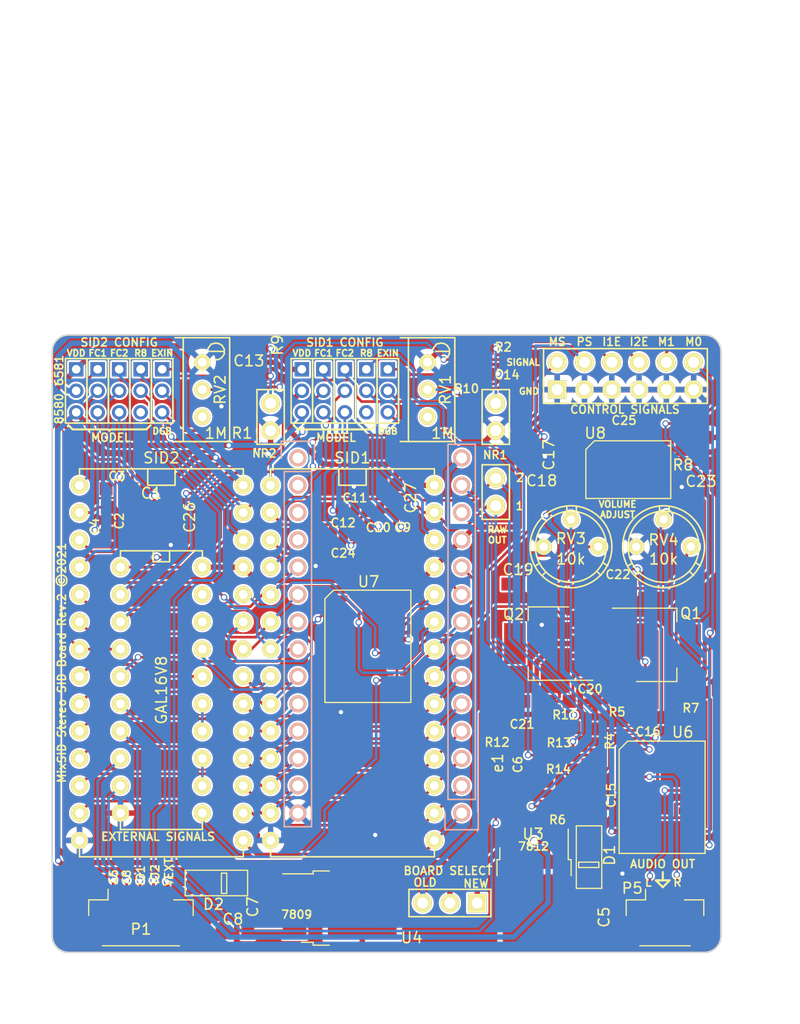
<source format=kicad_pcb>
(kicad_pcb (version 20221018) (generator pcbnew)
  (title_block (title "MixSID - C64 Stereo SID board") (date "2016-06-27") (rev "1") (company "Henning Bekel"))
  (layers (0 "F.Cu" signal) (31 "B.Cu" signal) (34 "B.Paste" user) (35 "F.Paste" user) (36 "B.SilkS" user "B.Silkscreen") (37 "F.SilkS" user "F.Silkscreen") (38 "B.Mask" user) (39 "F.Mask" user) (44 "Edge.Cuts" user))
  (net 0 "")
  (net 1 "Net-(C1-Pad1)")
  (net 2 "Net-(C1-Pad2)")
  (net 3 "Net-(C2-Pad1)")
  (net 4 "Net-(C3-Pad1)")
  (net 5 "Net-(C3-Pad2)")
  (net 6 "Net-(C4-Pad1)")
  (net 7 "GND")
  (net 8 "/+9V")
  (net 9 "Net-(C10-Pad2)")
  (net 10 "Net-(C9-Pad2)")
  (net 11 "Net-(C10-Pad1)")
  (net 12 "Net-(C11-Pad1)")
  (net 13 "Net-(C11-Pad2)")
  (net 14 "Net-(C12-Pad1)")
  (net 15 "Net-(JP2-Pad2)")
  (net 16 "Net-(JP3-Pad2)")
  (net 17 "Net-(JP6-Pad2)")
  (net 18 "Net-(JP7-Pad2)")
  (net 19 "/A5")
  (net 20 "/A8")
  (net 21 "/~{IO1}")
  (net 22 "/~{IO2}")
  (net 23 "/MS")
  (net 24 "/~{CS}")
  (net 25 "/RW")
  (net 26 "Net-(U1-Pad12)")
  (net 27 "/~{CS2}")
  (net 28 "/~{CS1}")
  (net 29 "VCC")
  (net 30 "/~{RES}")
  (net 31 "/CLK")
  (net 32 "/A0")
  (net 33 "/A1")
  (net 34 "/A2")
  (net 35 "/A3")
  (net 36 "/A4")
  (net 37 "/D0")
  (net 38 "/D1")
  (net 39 "/D2")
  (net 40 "/D3")
  (net 41 "/D4")
  (net 42 "/D5")
  (net 43 "/D6")
  (net 44 "/D7")
  (net 45 "/POTY")
  (net 46 "/POTX")
  (net 47 "VDD")
  (net 48 "Net-(P4-Pad1)")
  (net 49 "Net-(P4-Pad2)")
  (net 50 "Net-(P4-Pad3)")
  (net 51 "Net-(P4-Pad4)")
  (net 52 "Net-(C13-Pad1)")
  (net 53 "Net-(C13-Pad2)")
  (net 54 "Net-(C14-Pad1)")
  (net 55 "Net-(C14-Pad2)")
  (net 56 "/S1OUT")
  (net 57 "/S2OUT")
  (net 58 "/LEFT")
  (net 59 "/RIGHT")
  (net 60 "Net-(C16-Pad2)")
  (net 61 "/M0")
  (net 62 "/M1")
  (net 63 "Net-(C17-Pad1)")
  (net 64 "Net-(C17-Pad2)")
  (net 65 "/VEE")
  (net 66 "/RIGHT_OUT")
  (net 67 "/LEFT_OUT")
  (net 68 "Net-(U8-Pad6)")
  (net 69 "Net-(U8-Pad7)")
  (net 70 "/+12V")
  (net 71 "/PWR")
  (net 72 "/S2IN")
  (net 73 "Net-(JP8-Pad3)")
  (net 74 "/S1IN")
  (net 75 "Net-(JP11-Pad3)")
  (net 76 "Net-(R1-Pad2)")
  (net 77 "Net-(R10-Pad2)")
  (net 78 "Net-(RV1-Pad3)")
  (net 79 "Net-(RV2-Pad3)")
  (net 80 "Net-(C15-Pad1)")
  (net 81 "Net-(C20-Pad1)")
  (net 82 "Net-(C21-Pad2)")
  (net 83 "Net-(P6-Pad12)")
  (net 84 "/MONO_OUT")
  (net 85 "/PWR2")
  (net 86 "/PWR1")
  (net 87 "/VEXT")
  (net 88 "/~{IO1EN}")
  (net 89 "/~{IO2EN}")
  (net 90 "Net-(C19-Pad2)")
  (net 91 "Net-(C22-Pad2)")
  (net 92 "/PS")
  (net 93 "Net-(U1-Pad14)")
  (net 94 "/POTY2")
  (net 95 "/POTX2")
  (net 96 "/POTY1")
  (net 97 "/POTX1")
  (net 98 "Net-(U7-Pad3)")
  (net 99 "Net-(U7-Pad4)")
  (net 100 "Net-(U7-Pad5)")
  (net 101 "Net-(JP12-Pad1)")
  (net 102 "Net-(JP12-Pad3)")
  (net 103 "Net-(JP13-Pad1)")
  (net 104 "Net-(JP13-Pad3)")
  (net 105 "Net-(U1-Pad18)")
  (net 106 "Net-(U1-Pad19)")
  (footprint "Connector_JST:JST_GH_SM03B-GHS-TB_1x03-1MP_P1.25mm_Horizontal" (layer "F.Cu") (at 185.293 121.539)
    (fp_text reference "P5")
    (fp_text value "OUTPUT DF13-3P")
  )
  (footprint "Package_TO_SOT_SMD:SOT-223" (layer "F.Cu") (at 184.48782 96.11938)
    (fp_text reference "Q1")
    (fp_text value "BCP54")
  )
  (footprint "Package_TO_SOT_SMD:SOT-223" (layer "F.Cu") (at 174.47474 96 180)
    (fp_text reference "Q2")
    (fp_text value "BCP54")
  )
  (footprint "Potentiometers:Potentiometer_Bourns_3296W_3-8Zoll_Inline_ScrewUp" (layer "F.Cu") (at 163.195 69.85 180)
    (fp_text reference "RV1")
    (fp_text value "1M")
  )
  (footprint "Potentiometers:Potentiometer_Bourns_3296W_3-8Zoll_Inline_ScrewUp" (layer "F.Cu") (at 142.24 69.85 180)
    (fp_text reference "RV2")
    (fp_text value "1M")
  )
  (footprint "Connector_JST:JST_GH_SM05B-GHS-TB_1x05-1MP_P1.25mm_Horizontal" (layer "F.Cu") (at 136.525 121.539)
    (fp_text reference "P1")
    (fp_text value "INPUT DF13-5P")
  )
  (footprint "Package_TO_SOT_SMD:TO-252-2" (layer "F.Cu") (at 173.10708 118.55622 -90)
    (fp_text reference "U3")
    (fp_text value "7812")
  )
  (footprint "Package_TO_SOT_SMD:TO-252-2" (layer "F.Cu") (at 155.02128 120.59158)
    (fp_text reference "U4")
    (fp_text value "7809")
  )
  (footprint "Pinheaders:0805" (layer "F.Cu") (at 171.87052 90.46972 90)
    (fp_text reference "C19")
    (fp_text value "10uF")
  )
  (footprint "Pinheaders:0805" (layer "F.Cu") (at 180.8291 90.83802 -90)
    (fp_text reference "C22")
    (fp_text value "10uF")
  )
  (footprint "Pinheaders:0805" (layer "F.Cu") (at 175.85944 78.71348 180)
    (fp_text reference "C17")
    (fp_text value "10u")
  )
  (footprint "Pinheaders:0805" (layer "F.Cu") (at 174.68484 82.13344 -90)
    (fp_text reference "C18")
    (fp_text value "10u")
  )
  (footprint "Pinheaders:SOIC-8" (layer "F.Cu") (at 181.87924 79.82966 -90)
    (fp_text reference "U8")
    (fp_text value "7660")
  )
  (footprint "Pinheaders:Pin_Header_Straight_1x03" (layer "F.Cu") (at 167.8178 120.12168 -90)
    (fp_text reference "JP4" hide)
    (fp_text value "BOARD")
  )
  (footprint "Potentiometers:Potentiometer_Bourns_3339P_Angular_ScrewUp" (layer "F.Cu") (at 174 87)
    (fp_text reference "RV3")
    (fp_text value "10k")
  )
  (footprint "Potentiometers:Potentiometer_Bourns_3339P_Angular_ScrewUp" (layer "F.Cu") (at 182.62092 87)
    (fp_text reference "RV4")
    (fp_text value "10k")
  )
  (footprint "Pinheaders:DIP-20_W7.62mm" (layer "F.Cu") (at 134.62 88.9)
    (fp_text reference "U1" hide)
    (fp_text value "GAL16V8")
  )
  (footprint "Pinheaders:DIP-28_W15.24mm" (layer "F.Cu") (at 130.81 81.28)
    (fp_text reference "U2" hide)
    (fp_text value "SID2")
  )
  (footprint "Pinheaders:DIP-28_W15.24mm" (layer "F.Cu") (at 148.59 81.28)
    (fp_text reference "U5" hide)
    (fp_text value "SID1")
  )
  (footprint "Pinheaders:SOIC-16" (layer "F.Cu") (at 185.02376 110.28934 -90)
    (fp_text reference "U6")
    (fp_text value "4052")
  )
  (footprint "Pinheaders:SOIC-16" (layer "F.Cu") (at 157.6451 96.25584 -90)
    (fp_text reference "U7")
    (fp_text value "4053")
  )
  (footprint "Pinheaders:0805" (layer "F.Cu") (at 137.68324 84.45134)
    (fp_text reference "C1")
    (fp_text value "470p")
  )
  (footprint "Pinheaders:0805" (layer "F.Cu") (at 135.54964 84.48802 180)
    (fp_text reference "C2")
    (fp_text value "22n")
  )
  (footprint "Pinheaders:0805" (layer "F.Cu") (at 134.47918 81.60766 -90)
    (fp_text reference "C3")
    (fp_text value "470p")
  )
  (footprint "Pinheaders:0805" (layer "F.Cu") (at 133.40842 84.52754)
    (fp_text reference "C4")
    (fp_text value "22n")
  )
  (footprint "Pinheaders:0805" (layer "F.Cu") (at 178.2572 121.46788 180)
    (fp_text reference "C5")
    (fp_text value "470p")
  )
  (footprint "Pinheaders:0805" (layer "F.Cu") (at 171.54144 110.0963)
    (fp_text reference "C6")
    (fp_text value "100n")
  )
  (footprint "Pinheaders:0805" (layer "F.Cu") (at 148.16328 119.51828 180)
    (fp_text reference "C7")
    (fp_text value "470p")
  )
  (footprint "Pinheaders:0805" (layer "F.Cu") (at 145.27642 122.89282 90)
    (fp_text reference "C8")
    (fp_text value "100n")
  )
  (footprint "Pinheaders:0805" (layer "F.Cu") (at 160.77692 87.63904)
    (fp_text reference "C9")
    (fp_text value "470p")
  )
  (footprint "Pinheaders:0805" (layer "F.Cu") (at 158.62554 87.5603 180)
    (fp_text reference "C10")
    (fp_text value "22n")
  )
  (footprint "Pinheaders:0805" (layer "F.Cu") (at 156.45018 83.63712 90)
    (fp_text reference "C11")
    (fp_text value "470p")
  )
  (footprint "Pinheaders:0805" (layer "F.Cu") (at 155.35544 85.88502 90)
    (fp_text reference "C12")
    (fp_text value "22n")
  )
  (footprint "Pinheaders:0805" (layer "F.Cu") (at 146.62292 70.95236 90)
    (fp_text reference "C13")
    (fp_text value "100n")
  )
  (footprint "Pinheaders:0805" (layer "F.Cu") (at 167.61318 70.96506 90)
    (fp_text reference "C14")
    (fp_text value "100n")
  )
  (footprint "Pinheaders:0805" (layer "F.Cu") (at 178.9938 110.00344 180)
    (fp_text reference "C15")
    (fp_text value "1n")
  )
  (footprint "Pinheaders:0805" (layer "F.Cu") (at 183.80202 102.87508 90)
    (fp_text reference "C16")
    (fp_text value "470p")
  )
  (footprint "Pinheaders:0805" (layer "F.Cu") (at 177.58268 101.38156 -90)
    (fp_text reference "C20")
    (fp_text value "1n")
  )
  (footprint "Pinheaders:0805" (layer "F.Cu") (at 173.3615 101.37648 90)
    (fp_text reference "C21")
    (fp_text value "470p")
  )
  (footprint "Pinheaders:0805" (layer "F.Cu") (at 189.05474 78.03276)
    (fp_text reference "C23")
    (fp_text value "100n")
  )
  (footprint "Pinheaders:0805" (layer "F.Cu") (at 155.38338 88.84158 90)
    (fp_text reference "C24")
    (fp_text value "100n")
  )
  (footprint "Pinheaders:0805" (layer "F.Cu") (at 181.65318 76.27874 90)
    (fp_text reference "C25")
    (fp_text value "100n")
  )
  (footprint "Pinheaders:0805" (layer "F.Cu") (at 145.85442 73.67382)
    (fp_text reference "R1")
    (fp_text value "220k")
  )
  (footprint "Pinheaders:0805" (layer "F.Cu") (at 167.55872 68.54698 -90)
    (fp_text reference "R2")
    (fp_text value "100k")
  )
  (footprint "Pinheaders:0805" (layer "F.Cu") (at 169.54754 110.09996)
    (fp_text reference "e1")
    (fp_text value "1k")
  )
  (footprint "Pinheaders:0805" (layer "F.Cu") (at 178.85918 105.13456 180)
    (fp_text reference "R4")
    (fp_text value "10k")
  )
  (footprint "Pinheaders:0805" (layer "F.Cu") (at 182.28564 100.89388 90)
    (fp_text reference "R5")
    (fp_text value "1k" hide)
  )
  (footprint "Pinheaders:0805" (layer "F.Cu") (at 175.38812 111.12246 -90)
    (fp_text reference "R6")
    (fp_text value "1k" hide)
  )
  (footprint "Pinheaders:0805" (layer "F.Cu") (at 187.66394 100.51796 -90)
    (fp_text reference "R7")
    (fp_text value "4k7" hide)
  )
  (footprint "Pinheaders:0805" (layer "F.Cu") (at 186.88812 76.74356)
    (fp_text reference "R8")
    (fp_text value "4k7" hide)
  )
  (footprint "Pinheaders:0805" (layer "F.Cu") (at 146.56674 68.36664 -90)
    (fp_text reference "R9")
    (fp_text value "100k")
  )
  (footprint "Pinheaders:0805" (layer "F.Cu") (at 166.84752 74.7776)
    (fp_text reference "R10")
    (fp_text value "220k")
  )
  (footprint "Pinheaders:0805" (layer "F.Cu") (at 175.62942 103.81742 -90)
    (fp_text reference "R11")
    (fp_text value "10k")
  )
  (footprint "Pinheaders:0805" (layer "F.Cu") (at 169.52976 102.60442 180)
    (fp_text reference "R12")
    (fp_text value "1k")
  )
  (footprint "Pinheaders:0805" (layer "F.Cu") (at 175.53178 106.37266 90)
    (fp_text reference "R13")
    (fp_text value "1k")
  )
  (footprint "Pinheaders:0805" (layer "F.Cu") (at 175.50496 108.79836 90)
    (fp_text reference "R14")
    (fp_text value "1k")
  )
  (footprint "Pinheaders:Pin_Header_Straight_1x02" (layer "F.Cu") (at 169.545 73.66)
    (fp_text reference "JP9")
    (fp_text value "NR1")
  )
  (footprint "Pinheaders:Pin_Header_Straight_1x02" (layer "F.Cu") (at 148.59 73.66)
    (fp_text reference "JP10")
    (fp_text value "NR2")
  )
  (footprint "Pinheaders:Pin_Header_Straight_1x02" (layer "F.Cu") (at 169.545 80.645)
    (fp_text reference "P3")
    (fp_text value "RAW")
  )
  (footprint "Pinheaders:Pin_Header_Straight_1x03_Pitch2.00mm" (layer "F.Cu") (at 130.5 70.5)
    (fp_text reference "JP1" hide)
    (fp_text value "SUPPLY2")
  )
  (footprint "Pinheaders:Pin_Header_Straight_1x03_Pitch2.00mm" (layer "F.Cu") (at 134.5 70.5)
    (fp_text reference "JP2" hide)
    (fp_text value "S2CAP2")
  )
  (footprint "Pinheaders:Pin_Header_Straight_1x03_Pitch2.00mm" (layer "F.Cu") (at 132.5 70.5)
    (fp_text reference "JP3")
    (fp_text value "S2CAP1")
  )
  (footprint "Pinheaders:Pin_Header_Straight_1x03_Pitch2.00mm" (layer "F.Cu") (at 151.5 70.5)
    (fp_text reference "JP5" hide)
    (fp_text value "SUPPLY1")
  )
  (footprint "Pinheaders:Pin_Header_Straight_1x03_Pitch2.00mm" (layer "F.Cu") (at 155.5 70.5)
    (fp_text reference "JP6" hide)
    (fp_text value "S1CAP2")
  )
  (footprint "Pinheaders:Pin_Header_Straight_1x03_Pitch2.00mm" (layer "F.Cu") (at 153.5 70.5)
    (fp_text reference "JP7" hide)
    (fp_text value "S1CAP1")
  )
  (footprint "Pinheaders:Pin_Header_Straight_1x03_Pitch2.00mm" (layer "F.Cu") (at 138.5 70.5)
    (fp_text reference "JP8" hide)
    (fp_text value "INPUT2")
  )
  (footprint "Pinheaders:Pin_Header_Straight_1x03_Pitch2.00mm" (layer "F.Cu") (at 159.5 70.5)
    (fp_text reference "JP11" hide)
    (fp_text value "INPUT1")
  )
  (footprint "Pinheaders:Pin_Header_Straight_1x03_Pitch2.00mm" (layer "F.Cu") (at 136.5 70.5)
    (fp_text reference "JP12" hide)
    (fp_text value "J2R8")
  )
  (footprint "Pinheaders:Pin_Header_Straight_1x03_Pitch2.00mm" (layer "F.Cu") (at 157.5 70.5)
    (fp_text reference "JP13" hide)
    (fp_text value "J1R8")
  )
  (footprint "Pinheaders:0805" (layer "F.Cu") (at 139.49934 84.1948 180)
    (fp_text reference "C26")
    (fp_text value "100n")
  )
  (footprint "Pinheaders:0805" (layer "F.Cu") (at 160.2613 82.43062 180)
    (fp_text reference "C27")
    (fp_text value "100n")
  )
  (footprint "Pinheaders:DO-214AC" (layer "F.Cu") (at 178.18862 117.719 180)
    (fp_text reference "D1")
    (fp_text value "S1A")
  )
  (footprint "Pinheaders:DO-214AC" (layer "F.Cu") (at 145.41246 118.29542 -90)
    (fp_text reference "D2")
    (fp_text value "S1A")
  )
  (footprint "Pinheaders:Pin_Header_Straight_2x06" (layer "F.Cu") (at 175.26 72.39 90)
    (fp_text reference "P2")
    (fp_text value "CONTROL")
  )
  (footprint "Pinheaders:Pin_Header_Straight_1x14" (layer "B.Cu") (at 151.13 78.74 180)
    (fp_text reference "P4" hide)
    (fp_text value "SOCKET LEFT" hide)
  )
  (footprint "Pinheaders:Pin_Header_Straight_1x14" (layer "B.Cu") (at 166.37 111.76)
    (fp_text reference "P6" hide)
    (fp_text value "SOCKET RIGHT" hide)
  )
  (gr_line (start 158.365 75.708) (end 157.984 76.089) (stroke (width 0.2)) (layer "F.SilkS"))
  (gr_line (start 150.745 75.708) (end 151.126 76.089) (stroke (width 0.2)) (layer "F.SilkS"))
  (gr_line (start 137.41 75.708) (end 137.029 76.089) (stroke (width 0.2)) (layer "F.SilkS"))
  (gr_line (start 133.6 76.216) (end 133.727 76.089) (stroke (width 0.2)) (layer "F.SilkS"))
  (gr_line (start 154.555 76.216) (end 154.428 76.089) (stroke (width 0.2)) (layer "F.SilkS"))
  (gr_line (start 185.0898 118.01348) (end 184.4548 118.01348) (stroke (width 0.2)) (layer "F.SilkS"))
  (gr_line (start 133.6 76.216) (end 133.473 76.089) (stroke (width 0.2)) (layer "F.SilkS"))
  (gr_line (start 185.0898 117.25148) (end 185.0898 118.01348) (stroke (width 0.2)) (layer "F.SilkS"))
  (gr_line (start 133.473 76.089) (end 130.171 76.089) (stroke (width 0.2)) (layer "F.SilkS"))
  (gr_line (start 154.682 76.089) (end 157.984 76.089) (stroke (width 0.2)) (layer "F.SilkS"))
  (gr_line (start 184.4548 118.01348) (end 185.7248 118.01348) (stroke (width 0.2)) (layer "F.SilkS"))
  (gr_line (start 133.727 76.089) (end 137.029 76.089) (stroke (width 0.2)) (layer "F.SilkS"))
  (gr_line (start 185.0898 118.64848) (end 184.4548 118.01348) (stroke (width 0.2)) (layer "F.SilkS"))
  (gr_line (start 154.428 76.089) (end 151.126 76.089) (stroke (width 0.2)) (layer "F.SilkS"))
  (gr_line (start 129.79 75.708) (end 130.171 76.089) (stroke (width 0.2)) (layer "F.SilkS"))
  (gr_line (start 154.555 76.216) (end 154.682 76.089) (stroke (width 0.2)) (layer "F.SilkS"))
  (gr_line (start 184.4548 118.01348) (end 185.0898 118.64848) (stroke (width 0.2)) (layer "F.SilkS"))
  (gr_line (start 185.0898 118.64848) (end 185.7248 118.01348) (stroke (width 0.2)) (layer "F.SilkS"))
  (gr_arc (start 128.27 68.834) (mid 128.716369 67.756369) (end 129.794 67.31) (stroke (width 0.15)) (layer "Edge.Cuts"))
  (gr_line (start 188.976 124.714) (end 129.794 124.714) (stroke (width 0.15)) (layer "Edge.Cuts"))
  (gr_arc (start 188.976 67.31) (mid 190.053631 67.756369) (end 190.5 68.834) (stroke (width 0.15)) (layer "Edge.Cuts"))
  (gr_line (start 129.794 67.31) (end 188.976 67.31) (stroke (width 0.15)) (layer "Edge.Cuts"))
  (gr_arc (start 129.794 124.714) (mid 128.716369 124.267631) (end 128.27 123.19) (stroke (width 0.15)) (layer "Edge.Cuts"))
  (gr_line (start 128.27 123.19) (end 128.27 68.834) (stroke (width 0.15)) (layer "Edge.Cuts"))
  (gr_line (start 190.5 68.834) (end 190.5 123.19) (stroke (width 0.15)) (layer "Edge.Cuts"))
  (gr_arc (start 190.5 123.19) (mid 190.053631 124.267631) (end 188.976 124.714) (stroke (width 0.15)) (layer "Edge.Cuts"))
  (gr_text "MODEL" (at 154.682 76.851) (layer "F.SilkS") (effects (font (size 0.75 0.75))))
  (gr_text "R8" (at 136.5 69) (layer "F.SilkS") (effects (font (size 0.6 0.6))))
  (gr_text "NR2" (at 148.0058 78.31836) (layer "F.SilkS") (effects (font (size 0.75 0.75))))
  (gr_text "NR1" (at 169.48404 78.46822) (layer "F.SilkS") (effects (font (size 0.75 0.75))))
  (gr_text "6581" (at 128.905 70.612 90) (layer "F.SilkS") (effects (font (size 0.75 0.75))))
  (gr_text "2" (at 171.8056 80.57642) (layer "F.SilkS") (effects (font (size 0.75 0.75))))
  (gr_text "L" (at 183.74106 118.20652) (layer "F.SilkS") (effects (font (size 0.75 0.75))))
  (gr_text "FC1" (at 132.5 69) (layer "F.SilkS") (effects (font (size 0.6 0.6))))
  (gr_text "I2E" (at 182.88 67.945) (layer "F.SilkS") (effects (font (size 0.75 0.75))))
  (gr_text "FC2" (at 155.5 69) (layer "F.SilkS") (effects (font (size 0.6 0.6))))
  (gr_text "SID2 CONFIG" (at 134.5 68) (layer "F.SilkS") (effects (font (size 0.75 0.75))))
  (gr_text "RAW\nOUT" (at 169.68978 85.8901) (layer "F.SilkS") (effects (font (size 0.6 0.6))))
  (gr_text "DGB" (at 159.5 76.25) (layer "F.SilkS") (effects (font (size 0.6 0.6))))
  (gr_text "VDD" (at 151.5 69) (layer "F.SilkS") (effects (font (size 0.6 0.6))))
  (gr_text "MS" (at 175.26 67.945) (layer "F.SilkS") (effects (font (size 0.75 0.75))))
  (gr_text "A8" (at 135.19658 117.70868 90) (layer "F.SilkS") (effects (font (size 0.75 0.75))))
  (gr_text "EXTERNAL SIGNALS" (at 138.12012 113.94948) (layer "F.SilkS") (effects (font (size 0.75 0.75))))
  (gr_text "DGB" (at 138.5 76.25) (layer "F.SilkS") (effects (font (size 0.6 0.6))))
  (gr_text "M1" (at 185.42 67.945) (layer "F.SilkS") (effects (font (size 0.75 0.75))))
  (gr_text "BOARD SELECT" (at 165.09746 117.12702) (layer "F.SilkS") (effects (font (size 0.75 0.75))))
  (gr_text "SID1 CONFIG" (at 155.5 68) (layer "F.SilkS") (effects (font (size 0.75 0.75))))
  (gr_text "VEXT" (at 139.13104 117.22608 90) (layer "F.SilkS") (effects (font (size 0.75 0.75))))
  (gr_text "A5" (at 133.99008 117.68328 90) (layer "F.SilkS") (effects (font (size 0.75 0.75))))
  (gr_text "1" (at 171.76242 83.2104) (layer "F.SilkS") (effects (font (size 0.75 0.75))))
  (gr_text "SIGNAL" (at 173.736 69.85) (layer "F.SilkS") (effects (font (size 0.6 0.6)) (justify right)))
  (gr_text "VDD" (at 130.5 69) (layer "F.SilkS") (effects (font (size 0.6 0.6))))
  (gr_text "AUDIO OUT" (at 185.06948 116.49202) (layer "F.SilkS") (effects (font (size 0.75 0.75))))
  (gr_text "IO2" (at 137.85088 117.46738 90) (layer "F.SilkS") (effects (font (size 0.75 0.75))))
  (gr_text "R8" (at 157.5 69) (layer "F.SilkS") (effects (font (size 0.6 0.6))))
  (gr_text "MODEL" (at 133.727 76.851) (layer "F.SilkS") (effects (font (size 0.75 0.75))))
  (gr_text "7809" (at 151.01824 121.19356) (layer "F.SilkS") (effects (font (size 0.75 0.75))))
  (gr_text "OLD" (at 162.96894 118.20652) (layer "F.SilkS") (effects (font (size 0.75 0.75))))
  (gr_text "8580" (at 128.905 74.168 90) (layer "F.SilkS") (effects (font (size 0.75 0.75))))
  (gr_text "CONTROL SIGNALS" (at 181.56682 74.23912) (layer "F.SilkS") (effects (font (size 0.75 0.75))))
  (gr_text "IO1" (at 136.4996 117.5639 90) (layer "F.SilkS") (effects (font (size 0.75 0.75))))
  (gr_text "PS" (at 177.8 67.945) (layer "F.SilkS") (effects (font (size 0.75 0.75))))
  (gr_text "7812" (at 173.0629 114.8588) (layer "F.SilkS") (effects (font (size 0.75 0.75))))
  (gr_text "FC2" (at 134.5 69) (layer "F.SilkS") (effects (font (size 0.6 0.6))))
  (gr_text "M0" (at 187.96 67.945) (layer "F.SilkS") (effects (font (size 0.75 0.75))))
  (gr_text "MixSID Stereo SID Board Rev.2 ©2021" (at 129.159 97.79 90) (layer "F.SilkS") (effects (font (size 0.75 0.75))))
  (gr_text "EXIN" (at 159.5 69) (layer "F.SilkS") (effects (font (size 0.6 0.6))))
  (gr_text "NEW" (at 167.69842 118.31574) (layer "F.SilkS") (effects (font (size 0.75 0.75))))
  (gr_text "EXIN" (at 138.5 69) (layer "F.SilkS") (effects (font (size 0.6 0.6))))
  (gr_text "VOLUME\nADJUST\n" (at 180.87848 83.5279) (layer "F.SilkS") (effects (font (size 0.6 0.6))))
  (gr_text "GND" (at 173.64456 72.54748) (layer "F.SilkS") (effects (font (size 0.6 0.6)) (justify right)))
  (gr_text "R" (at 186.45124 118.20652) (layer "F.SilkS") (effects (font (size 0.75 0.75))))
  (gr_text "I1E" (at 180.34 67.945) (layer "F.SilkS") (effects (font (size 0.75 0.75))))
  (gr_text "FC1" (at 153.5 69) (layer "F.SilkS") (effects (font (size 0.6 0.6))))
  (segment (start 136.86536 85.65134) (end 137.68324 85.65134) (width 0.25) (layer "F.Cu") (net 1))
  (segment (start 130.81 86.36) (end 131.91236 87.46236) (width 0.25) (layer "F.Cu") (net 1))
  (segment (start 135.55472 85.69452) (end 136.82218 85.69452) (width 0.25) (layer "F.Cu") (net 1))
  (segment (start 131.91236 87.46236) (end 135.39216 87.46236) (width 0.25) (layer "F.Cu") (net 1))
  (segment (start 135.69442 87.1601) (end 135.69442 86.06536) (width 0.25) (layer "F.Cu") (net 1))
  (segment (start 135.39216 87.46236) (end 135.69442 87.1601) (width 0.25) (layer "F.Cu") (net 1))
  (segment (start 130.81 86.36) (end 130.81 86.4616) (width 0.25) (layer "F.Cu") (net 1))
  (segment (start 130.81 86.36) (end 130.9624 86.36) (width 0.25) (layer "F.Cu") (net 1))
  (segment (start 136.82218 85.69452) (end 136.86536 85.65134) (width 0.25) (layer "F.Cu") (net 1))
  (segment (start 137.7696 82.26552) (end 137.7696 82.26552) (width 0.25) (layer "F.Cu") (net 2))
  (segment (start 137.7696 83.69584) (end 137.7696 82.26552) (width 0.25) (layer "F.Cu") (net 2))
  (via (at 137.7696 82.26552) (size 0.6) (drill 0.4) (layers "F.Cu" "B.Cu") (net 2))
  (segment (start 135.4894 72.0783) (end 135.4894 79.98532) (width 0.25) (layer "B.Cu") (net 2))
  (segment (start 134.5 70.5) (end 134.5 71.0889) (width 0.25) (layer "B.Cu") (net 2))
  (segment (start 134.5 71.0889) (end 135.4894 72.0783) (width 0.25) (layer "B.Cu") (net 2))
  (segment (start 135.4894 79.98532) (end 137.7696 82.26552) (width 0.25) (layer "B.Cu") (net 2))
  (segment (start 134.55142 83.13166) (end 134.71428 83.29452) (width 0.25) (layer "F.Cu") (net 3))
  (segment (start 134.71428 83.29452) (end 135.55472 83.29452) (width 0.25) (layer "F.Cu") (net 3))
  (segment (start 134.55142 80.50784) (end 134.55142 83.13166) (width 0.25) (layer "F.Cu") (net 3))
  (via (at 134.55142 80.50784) (size 0.6) (drill 0.4) (layers "F.Cu" "B.Cu") (net 3))
  (segment (start 134.5 74.5) (end 134.5 80.45642) (width 0.25) (layer "B.Cu") (net 3))
  (segment (start 134.5 80.45642) (end 134.55142 80.50784) (width 0.25) (layer "B.Cu") (net 3))
  (segment (start 130.81 83.82) (end 131.97332 83.82) (width 0.25) (layer "F.Cu") (net 4))
  (segment (start 133.27126 81.86308) (end 133.32856 81.80578) (width 0.25) (layer "F.Cu") (net 4))
  (segment (start 131.97332 83.82) (end 132.46578 83.32754) (width 0.25) (layer "F.Cu") (net 4))
  (segment (start 132.46578 83.32754) (end 133.40842 83.32754) (width 0.25) (layer "F.Cu") (net 4))
  (segment (start 133.40842 83.32754) (end 133.40842 81.7369) (width 0.25) (layer "F.Cu") (net 4))
  (segment (start 133.40842 81.7369) (end 133.27918 81.60766) (width 0.25) (layer "F.Cu") (net 4))
  (segment (start 132.47116 78.8797) (end 134.5184 78.8797) (width 0.25) (layer "F.Cu") (net 5))
  (segment (start 132.5 70.5) (end 131.5197 71.4803) (width 0.25) (layer "F.Cu") (net 5))
  (segment (start 129.5111 75.9362) (end 129.52766 75.9362) (width 0.25) (layer "F.Cu") (net 5))
  (segment (start 131.5197 71.4803) (end 131.5197 72.919) (width 0.25) (layer "F.Cu") (net 5))
  (segment (start 130.9387 73.5) (end 130.0916 73.5) (width 0.25) (layer "F.Cu") (net 5))
  (segment (start 131.5197 72.919) (end 130.9387 73.5) (width 0.25) (layer "F.Cu") (net 5))
  (segment (start 130.0916 73.5) (end 129.5111 74.0805) (width 0.25) (layer "F.Cu") (net 5))
  (segment (start 129.52766 75.9362) (end 132.47116 78.8797) (width 0.25) (layer "F.Cu") (net 5))
  (segment (start 134.5184 78.8797) (end 135.72856 80.08986) (width 0.25) (layer "F.Cu") (net 5))
  (segment (start 135.72856 80.08986) (end 135.72856 81.80578) (width 0.25) (layer "F.Cu") (net 5))
  (segment (start 129.5111 74.0805) (end 129.5111 75.9362) (width 0.25) (layer "F.Cu") (net 5))
  (segment (start 132.23748 85.45322) (end 132.23748 85.45322) (width 0.25) (layer "F.Cu") (net 6))
  (segment (start 133.1341 85.45322) (end 133.40842 85.72754) (width 0.25) (layer "F.Cu") (net 6))
  (segment (start 132.23748 85.49386) (end 132.23748 85.45322) (width 0.25) (layer "F.Cu") (net 6))
  (segment (start 132.23748 85.45322) (end 133.1341 85.45322) (width 0.25) (layer "F.Cu") (net 6))
  (via (at 132.23748 85.45322) (size 0.6) (drill 0.4) (layers "F.Cu" "B.Cu") (net 6))
  (segment (start 132.5 85.1907) (end 132.23748 85.45322) (width 0.25) (layer "B.Cu") (net 6))
  (segment (start 132.5 74.5) (end 132.5 85.1907) (width 0.25) (layer "B.Cu") (net 6))
  (segment (start 132.5 74.5) (end 132.5 74.582802) (width 0.25) (layer "B.Cu") (net 6))
  (segment (start 174.3837 87.6696) (end 172.3624 87.6696) (width 0.5) (layer "F.Cu") (net 7))
  (segment (start 173.228 87.6696) (end 173.0136 87.6696) (width 0.5) (layer "F.Cu") (net 7))
  (segment (start 148.4122 78.359) (end 148.59 78.1812) (width 0.5) (layer "F.Cu") (net 7))
  (segment (start 148.59 78.1812) (end 148.59 76.2) (width 0.5) (layer "F.Cu") (net 7))
  (segment (start 143.8156 113.4229) (end 144.1689 113.0696) (width 0.5) (layer "F.Cu") (net 7))
  (segment (start 144.1689 113.0696) (end 146.6391 113.0696) (width 0.5) (layer "F.Cu") (net 7))
  (segment (start 134.62 113.4229) (end 134.62 113.3475) (width 0.5) (layer "F.Cu") (net 7))
  (segment (start 134.62 113.3475) (end 134.62 113.4229) (width 0.5) (layer "F.Cu") (net 7))
  (segment (start 134.62 113.4229) (end 143.8156 113.4229) (width 0.5) (layer "F.Cu") (net 7))
  (segment (start 164.465 68.58) (end 164.9095 68.58) (width 0.5) (layer "F.Cu") (net 7))
  (segment (start 164.465 68.58) (end 163.195 69.85) (width 0.5) (layer "F.Cu") (net 7))
  (segment (start 148.59 114.3) (end 147.3597 114.3) (width 0.5) (layer "F.Cu") (net 7))
  (segment (start 161.29 109.22) (end 153.67 109.22) (width 0.5) (layer "F.Cu") (net 7))
  (segment (start 147.3597 113.7902) (end 147.3597 114.3) (width 0.5) (layer "F.Cu") (net 7))
  (segment (start 185.42 72.39) (end 182.88 72.39) (width 0.5) (layer "F.Cu") (net 7))
  (segment (start 187.96 72.39) (end 185.42 72.39) (width 0.5) (layer "F.Cu") (net 7))
  (segment (start 146.6391 113.0696) (end 147.3597 113.7902) (width 0.5) (layer "F.Cu") (net 7))
  (segment (start 180.34 72.39) (end 177.8 72.39) (width 0.5) (layer "F.Cu") (net 7))
  (segment (start 181.454 99.695) (end 180.4681 99.695) (width 0.5) (layer "F.Cu") (net 7))
  (segment (start 132.0403 114.3) (end 132.9174 113.4229) (width 0.5) (layer "F.Cu") (net 7))
  (segment (start 175.26 72.39) (end 177.8 72.39) (width 0.5) (layer "F.Cu") (net 7))
  (segment (start 182.88 72.39) (end 180.34 72.39) (width 0.5) (layer "F.Cu") (net 7))
  (segment (start 130.81 114.3) (end 132.0403 114.3) (width 0.5) (layer "F.Cu") (net 7))
  (segment (start 173.228 87.6696) (end 174.3837 87.6696) (width 0.5) (layer "F.Cu") (net 7))
  (segment (start 132.9174 113.4229) (end 134.62 113.4229) (width 0.5) (layer "F.Cu") (net 7))
  (segment (start 134.62 111.76) (end 134.62 113.4229) (width 0.5) (layer "F.Cu") (net 7))
  (via (at 181.32806 117.3861) (size 0.6) (drill 0.4) (layers "F.Cu" "B.Cu") (net 7))
  (via (at 174.11446 78.59522) (size 0.6) (drill 0.4) (layers "F.Cu" "B.Cu") (net 7))
  (via (at 158.32582 113.79962) (size 0.6) (drill 0.4) (layers "F.Cu" "B.Cu") (net 7))
  (via (at 186.85256 81.44002) (size 0.6) (drill 0.4) (layers "F.Cu" "B.Cu") (net 7))
  (via (at 155.13558 102.3747) (size 0.6) (drill 0.4) (layers "F.Cu" "B.Cu") (net 7))
  (via (at 139.30376 86.8299) (size 0.6) (drill 0.4) (layers "F.Cu" "B.Cu") (net 7))
  (via (at 144.01292 73.94448) (size 0.6) (drill 0.4) (layers "F.Cu" "B.Cu") (net 7))
  (via (at 156.34208 81.39684) (size 0.6) (drill 0.4) (layers "F.Cu" "B.Cu") (net 7))
  (via (at 173.8249 94.2594) (size 0.6) (drill 0.4) (layers "F.Cu" "B.Cu") (net 7))
  (via (at 148.4122 78.359) (size 0.6) (drill 0.4) (layers "F.Cu" "B.Cu") (net 7))
  (via (at 152.78354 88.78062) (size 0.6) (drill 0.4) (layers "F.Cu" "B.Cu") (net 7))
  (segment (start 171.3992 86.0552) (end 171.3738 86.0298) (width 0.5) (layer "B.Cu") (net 7))
  (segment (start 156.25 103.1856) (end 155.2956 104.14) (width 0.5) (layer "B.Cu") (net 7))
  (segment (start 155.2956 104.14) (end 153.67 104.14) (width 0.5) (layer "B.Cu") (net 7))
  (segment (start 174.3837 87.6696) (end 174.4233 87.63) (width 0.5) (layer "B.Cu") (net 7))
  (segment (start 150.3946 71.628) (end 150.3946 73.406) (width 0.5) (layer "B.Cu") (net 7))
  (segment (start 150.3946 69.287492) (end 151.08049 68.601602) (width 0.5) (layer "B.Cu") (net 7))
  (segment (start 151.08049 68.601602) (end 161.946602 68.601602) (width 0.5) (layer "B.Cu") (net 7))
  (segment (start 161.946602 68.601602) (end 163.195 69.85) (width 0.5) (layer "B.Cu") (net 7))
  (segment (start 172.212 119.38) (end 170.942 119.38) (width 0.5) (layer "B.Cu") (net 7))
  (segment (start 172.72 80.391) (end 171.196 78.867) (width 0.5) (layer "B.Cu") (net 7))
  (segment (start 171.196 78.867) (end 171.196 77.851) (width 0.5) (layer "B.Cu") (net 7))
  (segment (start 171.196 77.851) (end 169.545 76.2) (width 0.5) (layer "B.Cu") (net 7))
  (segment (start 170.91025 74.83475) (end 170.8785 74.8665) (width 0.5) (layer "B.Cu") (net 7))
  (segment (start 183.555 92.416002) (end 184.229998 93.091) (width 0.5) (layer "B.Cu") (net 7))
  (segment (start 184.229998 93.091) (end 184.229998 94.575002) (width 0.5) (layer "B.Cu") (net 7))
  (segment (start 184.229998 94.575002) (end 183.555 95.25) (width 0.5) (layer "B.Cu") (net 7))
  (segment (start 180.37175 121.18975) (end 180.086 121.4755) (width 0.5) (layer "B.Cu") (net 7))
  (segment (start 179.8555 121.4755) (end 178.816 120.436) (width 0.5) (layer "B.Cu") (net 7))
  (segment (start 180.086 121.4755) (end 180.34 121.2215) (width 0.5) (layer "B.Cu") (net 7))
  (segment (start 177.79746 119.48668) (end 177.79746 119.35968) (width 0.5) (layer "B.Cu") (net 7))
  (segment (start 181.737 116.205) (end 180.975 116.205) (width 0.5) (layer "B.Cu") (net 7))
  (segment (start 173.736 119.8245) (end 173.2915 119.38) (width 0.5) (layer "B.Cu") (net 7))
  (segment (start 173.2915 119.38) (end 171.6405 119.38) (width 0.5) (layer "B.Cu") (net 7))
  (segment (start 171.6405 119.38) (end 170.942 119.38) (width 0.5) (layer "B.Cu") (net 7))
  (segment (start 157.186 122.174) (end 155.448 120.436) (width 0.5) (layer "B.Cu") (net 7))
  (segment (start 155.11526 119.50446) (end 154.16276 119.50446) (width 0.5) (layer "B.Cu") (net 7))
  (segment (start 154.599 121.285) (end 155.448 120.436) (width 0.5) (layer "B.Cu") (net 7))
  (segment (start 157.5435 91.8845) (end 157.5435 90.1935) (width 0.5) (layer "B.Cu") (net 7))
  (segment (start 147.2717 73.787) (end 147.2717 69.8017) (width 0.5) (layer "B.Cu") (net 7))
  (segment (start 147.2717 74.8817) (end 148.59 76.2) (width 0.5) (layer "B.Cu") (net 7))
  (segment (start 150.3946 73.406) (end 150.3946 73.6872) (width 0.5) (layer "B.Cu") (net 7))
  (segment (start 150.3946 74.3954) (end 148.59 76.2) (width 0.5) (layer "B.Cu") (net 7))
  (segment (start 143.3195 70.9295) (end 142.24 69.85) (width 0.5) (layer "B.Cu") (net 7))
  (segment (start 143.7005 70.9295) (end 146.05 68.58) (width 0.5) (layer "B.Cu") (net 7))
  (segment (start 170.8785 74.8665) (end 169.545 76.2) (width 0.5) (layer "B.Cu") (net 7))
  (segment (start 171.45 73.406) (end 171.45 74.295) (width 0.5) (layer "B.Cu") (net 7))
  (segment (start 169.545 76.2) (end 171.45 74.295) (width 0.5) (layer "B.Cu") (net 7))
  (segment (start 187.9708 78.78) (end 189.1284 77.6224) (width 0.5) (layer "B.Cu") (net 7))
  (segment (start 189.1284 77.6224) (end 189.1284 73.5584) (width 0.5) (layer "B.Cu") (net 7))
  (segment (start 189.1284 73.5584) (end 187.96 72.39) (width 0.5) (layer "B.Cu") (net 7))
  (segment (start 147.1676 79.6036) (end 146.8736 79.6036) (width 0.5) (layer "B.Cu") (net 7))
  (segment (start 146.8736 79.6036) (end 146.01 78.74) (width 0.5) (layer "B.Cu") (net 7))
  (segment (start 150.3946 73.406) (end 150.3946 74.3954) (width 0.5) (layer "B.Cu") (net 7))
  (segment (start 157.734 122.174) (end 158.3055 122.174) (width 0.5) (layer "B.Cu") (net 7))
  (segment (start 171.45 73.406) (end 172.466 72.39) (width 0.5) (layer "B.Cu") (net 7))
  (segment (start 143.3195 70.9295) (end 143.7005 70.9295) (width 0.5) (layer "B.Cu") (net 7))
  (segment (start 147.2717 69.8017) (end 146.05 68.58) (width 0.5) (layer "B.Cu") (net 7))
  (segment (start 153.67 108.6048) (end 153.67 107.9897) (width 0.5) (layer "B.Cu") (net 7))
  (segment (start 152.4397 110.4503) (end 151.13 111.76) (width 0.5) (layer "B.Cu") (net 7))
  (segment (start 178.816 120.436) (end 178.816 120.523) (width 0.5) (layer "B.Cu") (net 7))
  (segment (start 153.67 104.14) (end 153.67 106.68) (width 0.5) (layer "B.Cu") (net 7))
  (segment (start 153.67 106.68) (end 153.67 107.9897) (width 0.5) (layer "B.Cu") (net 7))
  (segment (start 158.3055 122.174) (end 157.186 122.174) (width 0.5) (layer "B.Cu") (net 7))
  (segment (start 169.545 76.2) (end 168.2267 74.8817) (width 0.5) (layer "B.Cu") (net 7))
  (segment (start 153.67 108.6048) (end 153.67 109.22) (width 0.5) (layer "B.Cu") (net 7))
  (segment (start 150.3946 69.6329) (end 150.3946 71.628) (width 0.5) (layer "B.Cu") (net 7))
  (segment (start 172.72 82.296) (end 172.72 83.566) (width 0.5) (layer "B.Cu") (net 7))
  (segment (start 146.05 68.58) (end 146.05 68.8975) (width 0.5) (layer "B.Cu") (net 7))
  (segment (start 168.2267 74.8817) (end 168.2267 69.8017) (width 0.5) (layer "B.Cu") (net 7))
  (segment (start 153.67 109.22) (end 152.4397 109.22) (width 0.5) (layer "B.Cu") (net 7))
  (segment (start 187.96 78.78) (end 187.9708 78.78) (width 0.5) (layer "B.Cu") (net 7))
  (segment (start 171.3992 86.0552) (end 171.3992 84.8868) (width 0.5) (layer "B.Cu") (net 7))
  (segment (start 150.3946 71.628) (end 150.3946 69.287492) (width 0.5) (layer "B.Cu") (net 7))
  (segment (start 163.195 69.85) (end 162.7396 69.3946) (width 0.5) (layer "B.Cu") (net 7))
  (segment (start 148.4122 78.359) (end 147.1676 79.6036) (width 0.5) (layer "B.Cu") (net 7))
  (segment (start 151.13 111.76) (end 149.8203 113.0697) (width 0.5) (layer "B.Cu") (net 7))
  (segment (start 149.3393 120.05564) (end 146.7358 120.05564) (width 0.5) (layer "B.Cu") (net 7))
  (segment (start 172.72 82.296) (end 172.72 81.026) (width 0.5) (layer "B.Cu") (net 7))
  (segment (start 171.6405 119.38) (end 169.712 119.38) (width 0.5) (layer "B.Cu") (net 7))
  (segment (start 147.2717 73.787) (end 147.2717 74.8817) (width 0.5) (layer "B.Cu") (net 7))
  (segment (start 149.8203 113.0697) (end 149.8203 114.3) (width 0.5) (layer "B.Cu") (net 7))
  (segment (start 179.8555 121.4755) (end 180.086 121.4755) (width 0.5) (layer "B.Cu") (net 7))
  (segment (start 180.37175 119.34825) (end 180.37175 121.18975) (width 0.5) (layer "B.Cu") (net 7))
  (segment (start 177.79746 118.21668) (end 177.79746 119.44698) (width 0.5) (layer "B.Cu") (net 7))
  (segment (start 155.448 120.436) (end 155.3445 120.436) (width 0.5) (layer "B.Cu") (net 7))
  (segment (start 183.555 90.21) (end 183.555 91.5035) (width 0.5) (layer "B.Cu") (net 7))
  (segment (start 154.4955 121.285) (end 154.599 121.285) (width 0.5) (layer "B.Cu") (net 7))
  (segment (start 180.34 76.2) (end 180.34 72.39) (width 0.5) (layer "B.Cu") (net 7))
  (segment (start 180.975 116.205) (end 183.134 116.205) (width 0.5) (layer "B.Cu") (net 7))
  (segment (start 168.2267 69.8017) (end 167.005 68.58) (width 0.5) (layer "B.Cu") (net 7))
  (segment (start 172.72 81.026) (end 172.72 80.391) (width 0.5) (layer "B.Cu") (net 7))
  (segment (start 148.59 114.3) (end 149.8203 114.3) (width 0.5) (layer "B.Cu") (net 7))
  (segment (start 147.2717 74.1919) (end 147.2717 73.787) (width 0.5) (layer "B.Cu") (net 7))
  (segment (start 152.4397 109.22) (end 152.4397 110.4503) (width 0.5) (layer "B.Cu") (net 7))
  (segment (start 130.5 74.5692) (end 133.5024 77.5716) (width 0.5) (layer "F.Cu") (net 8))
  (segment (start 133.5024 77.5716) (end 144.7038 77.5716) (width 0.5) (layer "F.Cu") (net 8))
  (segment (start 146.47642 122.89282) (end 146.47642 121.8181) (width 0.5) (layer "F.Cu") (net 8))
  (segment (start 150.77648 122.82678) (end 146.54246 122.82678) (width 0.5) (layer "F.Cu") (net 8))
  (segment (start 146.54246 122.82678) (end 146.47642 122.89282) (width 0.5) (layer "F.Cu") (net 8))
  (segment (start 143.50222 119.98706) (end 141.57436 118.0592) (width 0.5) (layer "F.Cu") (net 8))
  (segment (start 128.829 116.18) (end 129.6922 117.0432) (width 0.5) (layer "F.Cu") (net 8))
  (segment (start 144.64538 119.98706) (end 143.50222 119.98706) (width 0.5) (layer "F.Cu") (net 8))
  (segment (start 129.407 116.758) (end 128.829 116.18) (width 0.5) (layer "F.Cu") (net 8))
  (segment (start 129.6922 117.0432) (end 139.09802 117.0432) (width 0.5) (layer "F.Cu") (net 8))
  (segment (start 140.35024 118.29542) (end 141.61246 118.29542) (width 0.5) (layer "F.Cu") (net 8))
  (segment (start 130.5 74.5) (end 130.5 74.5692) (width 0.5) (layer "F.Cu") (net 8))
  (segment (start 139.09802 117.0432) (end 140.35024 118.29542) (width 0.5) (layer "F.Cu") (net 8))
  (segment (start 141.92996 117.7036) (end 141.57436 118.0592) (width 0.5) (layer "F.Cu") (net 8))
  (segment (start 130.5 74.5) (end 130.507 74.5) (width 0.5) (layer "F.Cu") (net 8))
  (segment (start 146.47642 121.8181) (end 144.64538 119.98706) (width 0.5) (layer "F.Cu") (net 8))
  (segment (start 150.82128 122.87158) (end 150.77648 122.82678) (width 0.5) (layer "F.Cu") (net 8))
  (via (at 144.7038 77.5716) (size 0.6) (drill 0.4) (layers "F.Cu" "B.Cu") (net 8))
  (via (at 128.829 116.18) (size 0.6) (drill 0.4) (layers "F.Cu" "B.Cu") (net 8))
  (segment (start 144.7038 77.5716) (end 147.7772 77.5716) (width 0.5) (layer "B.Cu") (net 8))
  (segment (start 149.1996 77.5716) (end 151.5 75.2712) (width 0.5) (layer "B.Cu") (net 8))
  (segment (start 151.5 75.2712) (end 151.5 74.5) (width 0.5) (layer "B.Cu") (net 8))
  (segment (start 130.5 74.732) (end 130.5 74.5) (width 0.5) (layer "B.Cu") (net 8))
  (segment (start 128.778 76.222) (end 130.5 74.5) (width 0.5) (layer "B.Cu") (net 8))
  (segment (start 128.829 116.18) (end 128.778 116.129) (width 0.5) (layer "B.Cu") (net 8))
  (segment (start 128.778 77.978) (end 128.778 76.454) (width 0.5) (layer "B.Cu") (net 8))
  (segment (start 147.7772 77.5716) (end 149.1996 77.5716) (width 0.5) (layer "B.Cu") (net 8))
  (segment (start 128.778 116.129) (end 128.778 77.978) (width 0.5) (layer "B.Cu") (net 8))
  (segment (start 151.5 74.5) (end 151.5 75.166) (width 0.5) (layer "B.Cu") (net 8))
  (segment (start 128.778 77.978) (end 128.778 76.454) (width 0.5) (layer "B.Cu") (net 8))
  (segment (start 128.778 76.454) (end 128.778 76.222) (width 0.5) (layer "B.Cu") (net 8))
  (segment (start 158.62554 88.7603) (end 160.69818 88.7603) (width 0.25) (layer "F.Cu") (net 9))
  (segment (start 148.59 86.36) (end 149.71512 87.48512) (width 0.25) (layer "F.Cu") (net 9))
  (segment (start 149.71512 87.48512) (end 149.71512 87.63508) (width 0.25) (layer "F.Cu") (net 9))
  (segment (start 158.38678 87.63508) (end 149.71512 87.63508) (width 0.25) (layer "F.Cu") (net 9))
  (segment (start 160.69818 88.7603) (end 160.77692 88.83904) (width 0.25) (layer "F.Cu") (net 9))
  (segment (start 158.38678 87.63508) (end 158.38678 88.87064) (width 0.25) (layer "F.Cu") (net 9))
  (segment (start 158.38678 88.87064) (end 158.38424 88.87318) (width 0.25) (layer "F.Cu") (net 9))
  (segment (start 160.77692 86.43904) (end 160.77692 85.17382) (width 0.25) (layer "F.Cu") (net 10))
  (segment (start 160.77692 85.17382) (end 160.74136 85.13826) (width 0.25) (layer "F.Cu") (net 10))
  (via (at 160.74136 85.13826) (size 0.6) (drill 0.4) (layers "F.Cu" "B.Cu") (net 10))
  (segment (start 156.4803 72.8726) (end 156.4803 74.676) (width 0.25) (layer "B.Cu") (net 10))
  (segment (start 155.5 71.0323) (end 156.4803 72.0126) (width 0.25) (layer "B.Cu") (net 10))
  (segment (start 158.069998 79.627412) (end 158.069998 76.586798) (width 0.25) (layer "B.Cu") (net 10))
  (segment (start 158.069998 76.586798) (end 156.4803 74.9971) (width 0.25) (layer "B.Cu") (net 10))
  (segment (start 158.069998 80.070242) (end 158.069998 80.070242) (width 0.25) (layer "B.Cu") (net 10))
  (segment (start 158.069998 79.627412) (end 158.069998 80.070242) (width 0.25) (layer "B.Cu") (net 10))
  (segment (start 155.5 70.5) (end 155.5 71.0323) (width 0.25) (layer "B.Cu") (net 10))
  (segment (start 158.069998 80.070242) (end 158.069998 82.282582) (width 0.25) (layer "B.Cu") (net 10))
  (segment (start 156.4803 72.8726) (end 156.4803 72.0126) (width 0.25) (layer "B.Cu") (net 10))
  (segment (start 158.069998 82.466898) (end 158.069998 82.282582) (width 0.25) (layer "B.Cu") (net 10))
  (segment (start 156.4803 74.676) (end 156.4803 74.9971) (width 0.25) (layer "B.Cu") (net 10))
  (segment (start 160.74136 85.13826) (end 158.069998 82.466898) (width 0.25) (layer "B.Cu") (net 10))
  (segment (start 158.62554 86.3603) (end 158.62554 85.10016) (width 0.25) (layer "F.Cu") (net 11))
  (via (at 158.62554 85.10016) (size 0.6) (drill 0.4) (layers "F.Cu" "B.Cu") (net 11))
  (segment (start 158.62554 85.10016) (end 158.17088 85.10016) (width 0.25) (layer "B.Cu") (net 11))
  (segment (start 158.17088 85.10016) (end 155.5 82.42928) (width 0.25) (layer "B.Cu") (net 11))
  (segment (start 155.5 82.42928) (end 155.5 74.5) (width 0.25) (layer "B.Cu") (net 11))
  (segment (start 149.7051 84.9351) (end 148.59 83.82) (width 0.25) (layer "F.Cu") (net 12))
  (segment (start 154.56404 84.9351) (end 154.56154 84.9326) (width 0.25) (layer "F.Cu") (net 12))
  (segment (start 153.5433 84.93738) (end 153.54558 84.9351) (width 0.25) (layer "F.Cu") (net 12))
  (segment (start 149.7051 84.9351) (end 153.54558 84.9351) (width 0.25) (layer "F.Cu") (net 12))
  (segment (start 154.15544 85.03382) (end 154.25416 84.9351) (width 0.25) (layer "F.Cu") (net 12))
  (segment (start 156.99852 84.28878) (end 157.65018 83.63712) (width 0.25) (layer "F.Cu") (net 12))
  (segment (start 154.15544 85.88502) (end 154.15544 85.03382) (width 0.25) (layer "F.Cu") (net 12))
  (segment (start 156.7357 84.9326) (end 156.99852 84.66978) (width 0.25) (layer "F.Cu") (net 12))
  (segment (start 154.25416 84.9351) (end 154.56404 84.9351) (width 0.25) (layer "F.Cu") (net 12))
  (segment (start 148.59 83.82) (end 149.7051 84.9351) (width 0.25) (layer "F.Cu") (net 12))
  (segment (start 153.54558 84.9351) (end 154.25416 84.9351) (width 0.25) (layer "F.Cu") (net 12))
  (segment (start 154.56154 84.9326) (end 156.7357 84.9326) (width 0.25) (layer "F.Cu") (net 12))
  (segment (start 156.99852 84.66978) (end 156.99852 84.28878) (width 0.25) (layer "F.Cu") (net 12))
  (segment (start 154.39136 83.63712) (end 154.39136 83.63712) (width 0.25) (layer "F.Cu") (net 13))
  (segment (start 155.25018 83.63712) (end 154.39136 83.63712) (width 0.25) (layer "F.Cu") (net 13))
  (via (at 154.39136 83.63712) (size 0.6) (drill 0.4) (layers "F.Cu" "B.Cu") (net 13))
  (segment (start 154.4803 72.6694) (end 154.4803 72.8726) (width 0.25) (layer "B.Cu") (net 13))
  (segment (start 155.069998 75.456398) (end 154.4803 74.8667) (width 0.25) (layer "B.Cu") (net 13))
  (segment (start 154.4803 72.8726) (end 154.4803 74.8667) (width 0.25) (layer "B.Cu") (net 13))
  (segment (start 154.4803 72.0827) (end 153.5 71.1024) (width 0.25) (layer "B.Cu") (net 13))
  (segment (start 153.5 71.1024) (end 153.5 70.5) (width 0.25) (layer "B.Cu") (net 13))
  (segment (start 154.71902 80.0481) (end 154.71902 80.0481) (width 0.25) (layer "B.Cu") (net 13))
  (segment (start 154.71902 80.0481) (end 154.66314 80.0481) (width 0.25) (layer "B.Cu") (net 13))
  (segment (start 154.39136 80.31988) (end 154.39136 83.63712) (width 0.25) (layer "B.Cu") (net 13))
  (segment (start 155.02636 79.74076) (end 154.71902 80.0481) (width 0.25) (layer "B.Cu") (net 13))
  (segment (start 154.4803 72.8726) (end 154.4803 72.0827) (width 0.25) (layer "B.Cu") (net 13))
  (segment (start 155.02636 75.91806) (end 155.02636 79.74076) (width 0.25) (layer "B.Cu") (net 13))
  (segment (start 154.66314 80.0481) (end 154.39136 80.31988) (width 0.25) (layer "B.Cu") (net 13))
  (segment (start 155.069998 75.874422) (end 155.02636 75.91806) (width 0.25) (layer "B.Cu") (net 13))
  (segment (start 155.069998 75.456398) (end 155.069998 75.874422) (width 0.25) (layer "B.Cu") (net 13))
  (segment (start 156.55544 85.88502) (end 156.55544 86.41334) (width 0.25) (layer "F.Cu") (net 14))
  (segment (start 156.55544 86.41334) (end 156.08554 86.88324) (width 0.25) (layer "F.Cu") (net 14))
  (via (at 156.08554 86.88324) (size 0.6) (drill 0.4) (layers "F.Cu" "B.Cu") (net 14))
  (segment (start 154.3497 75.3497) (end 154.3497 79.522018) (width 0.25) (layer "B.Cu") (net 14))
  (segment (start 154.3497 79.522018) (end 153.62936 80.242358) (width 0.25) (layer "B.Cu") (net 14))
  (segment (start 153.5 74.5) (end 154.3497 75.3497) (width 0.25) (layer "B.Cu") (net 14))
  (segment (start 153.62936 80.242358) (end 153.62936 84.42706) (width 0.25) (layer "B.Cu") (net 14))
  (segment (start 153.62936 84.42706) (end 156.08554 86.88324) (width 0.25) (layer "B.Cu") (net 14))
  (segment (start 133.4804 80.7974) (end 133.4804 73.5196) (width 0.25) (layer "B.Cu") (net 15))
  (segment (start 133.52018 80.7974) (end 134.089599 81.366819) (width 0.25) (layer "B.Cu") (net 15))
  (segment (start 134.089599 87.025021) (end 133.7183 87.39632) (width 0.25) (layer "B.Cu") (net 15))
  (segment (start 133.4804 80.7974) (end 133.52018 80.7974) (width 0.25) (layer "B.Cu") (net 15))
  (segment (start 130.81 88.9) (end 132.31368 87.39632) (width 0.25) (layer "B.Cu") (net 15))
  (segment (start 134.089599 81.366819) (end 134.089599 87.025021) (width 0.25) (layer "B.Cu") (net 15))
  (segment (start 133.7183 87.39632) (end 132.31368 87.39632) (width 0.25) (layer "B.Cu") (net 15))
  (segment (start 134.5 72.5) (end 133.4804 73.5196) (width 0.25) (layer "B.Cu") (net 15))
  (segment (start 131.5 80.59) (end 130.81 81.28) (width 0.25) (layer "B.Cu") (net 16))
  (segment (start 131.5 77.6986) (end 131.5 80.59) (width 0.25) (layer "B.Cu") (net 16))
  (segment (start 131.5 73.5) (end 131.5 77.6986) (width 0.25) (layer "B.Cu") (net 16))
  (segment (start 132.5 72.5) (end 131.5 73.5) (width 0.25) (layer "B.Cu") (net 16))
  (segment (start 154.5196 74.9033) (end 153.7287 75.6942) (width 0.25) (layer "F.Cu") (net 17))
  (segment (start 155.5 72.5) (end 154.5196 73.4804) (width 0.25) (layer "F.Cu") (net 17))
  (segment (start 154.5196 73.4804) (end 154.5196 74.9033) (width 0.25) (layer "F.Cu") (net 17))
  (via (at 153.7287 75.6942) (size 0.6) (drill 0.4) (layers "F.Cu" "B.Cu") (net 17))
  (segment (start 148.6916 88.9) (end 150.0124 87.5792) (width 0.25) (layer "B.Cu") (net 17))
  (segment (start 150.0124 87.5792) (end 150.0124 83.312) (width 0.25) (layer "B.Cu") (net 17))
  (segment (start 150.0124 83.312) (end 150.8252 82.4992) (width 0.25) (layer "B.Cu") (net 17))
  (segment (start 150.8252 82.4992) (end 151.0284 82.4992) (width 0.25) (layer "B.Cu") (net 17))
  (segment (start 152.30475 81.68005) (end 151.4856 82.4992) (width 0.25) (layer "B.Cu") (net 17))
  (segment (start 152.30475 80.764164) (end 153.7287 79.340214) (width 0.25) (layer "B.Cu") (net 17))
  (segment (start 153.7287 79.340214) (end 153.7287 75.6942) (width 0.25) (layer "B.Cu") (net 17))
  (segment (start 152.30475 81.68005) (end 152.30475 80.764164) (width 0.25) (layer "B.Cu") (net 17))
  (segment (start 148.59 88.9) (end 148.6916 88.9) (width 0.25) (layer "B.Cu") (net 17))
  (segment (start 151.0284 82.4992) (end 151.4856 82.4992) (width 0.25) (layer "B.Cu") (net 17))
  (segment (start 151.5491 76.3143) (end 152.4889 75.3745) (width 0.25) (layer "F.Cu") (net 18))
  (segment (start 152.4889 75.3745) (end 152.4889 73.5111) (width 0.25) (layer "F.Cu") (net 18))
  (segment (start 152.4889 73.5111) (end 153.5 72.5) (width 0.25) (layer "F.Cu") (net 18))
  (via (at 151.5491 76.3143) (size 0.6) (drill 0.4) (layers "F.Cu" "B.Cu") (net 18))
  (segment (start 148.59 79.2734) (end 151.5491 76.3143) (width 0.25) (layer "B.Cu") (net 18))
  (segment (start 148.59 81.28) (end 148.59 79.2734) (width 0.25) (layer "B.Cu") (net 18))
  (segment (start 133.9469 117.96268) (end 133.9469 117.96268) (width 0.25) (layer "F.Cu") (net 19))
  (segment (start 133.9469 119.69462) (end 133.9469 117.96268) (width 0.25) (layer "F.Cu") (net 19))
  (via (at 133.9469 117.96268) (size 0.6) (drill 0.4) (layers "F.Cu" "B.Cu") (net 19))
  (segment (start 132.499 108.801) (end 132.499 116.51478) (width 0.25) (layer "B.Cu") (net 19))
  (segment (start 134.62 106.68) (end 132.499 108.801) (width 0.25) (layer "B.Cu") (net 19))
  (segment (start 132.499 116.51478) (end 133.9469 117.96268) (width 0.25) (layer "B.Cu") (net 19))
  (segment (start 135.1969 118.0138) (end 135.1969 118.0138) (width 0.25) (layer "F.Cu") (net 20))
  (segment (start 135.1969 119.69462) (end 135.1969 118.0138) (width 0.25) (layer "F.Cu") (net 20))
  (via (at 135.1969 118.0138) (size 0.6) (drill 0.4) (layers "F.Cu" "B.Cu") (net 20))
  (segment (start 134.62 109.22) (end 133.51 110.33) (width 0.25) (layer "B.Cu") (net 20))
  (segment (start 133.51 110.33) (end 133.51 116.3269) (width 0.25) (layer "B.Cu") (net 20))
  (segment (start 133.51 116.3269) (end 135.1969 118.0138) (width 0.25) (layer "B.Cu") (net 20))
  (segment (start 136.4469 118.05856) (end 136.4469 118.05856) (width 0.25) (layer "F.Cu") (net 21))
  (segment (start 136.4469 119.69462) (end 136.4469 118.05856) (width 0.25) (layer "F.Cu") (net 21))
  (via (at 136.4469 118.05856) (size 0.6) (drill 0.4) (layers "F.Cu" "B.Cu") (net 21))
  (segment (start 136.208 117.81966) (end 136.4469 118.05856) (width 0.25) (layer "B.Cu") (net 21))
  (segment (start 134.62 104.14) (end 136.208 105.728) (width 0.25) (layer "B.Cu") (net 21))
  (segment (start 136.208 105.728) (end 136.208 117.81966) (width 0.25) (layer "B.Cu") (net 21))
  (segment (start 137.6969 118.02014) (end 137.6969 118.02014) (width 0.25) (layer "F.Cu") (net 22))
  (segment (start 137.6969 119.69462) (end 137.6969 118.02014) (width 0.25) (layer "F.Cu") (net 22))
  (via (at 137.6969 118.02014) (size 0.6) (drill 0.4) (layers "F.Cu" "B.Cu") (net 22))
  (segment (start 137.6969 111.76666) (end 137.6969 118.02014) (width 0.25) (layer "B.Cu") (net 22))
  (segment (start 138.748 105.728) (end 138.748 110.71556) (width 0.25) (layer "B.Cu") (net 22))
  (segment (start 138.748 110.71556) (end 137.6969 111.76666) (width 0.25) (layer "B.Cu") (net 22))
  (segment (start 134.62 101.6) (end 138.748 105.728) (width 0.25) (layer "B.Cu") (net 22))
  (segment (start 144.3736 86.3092) (end 144.3736 83.5787) (width 0.25) (layer "F.Cu") (net 23))
  (segment (start 144.3736 83.5787) (end 145.3515 82.6008) (width 0.25) (layer "F.Cu") (net 23))
  (segment (start 145.3515 82.6008) (end 146.661086 82.6008) (width 0.25) (layer "F.Cu") (net 23))
  (segment (start 146.661086 82.6008) (end 147.3454 81.916486) (width 0.25) (layer "F.Cu") (net 23))
  (segment (start 147.3454 81.916486) (end 147.3454 80.897514) (width 0.25) (layer "F.Cu") (net 23))
  (segment (start 147.3454 80.897514) (end 148.207514 80.0354) (width 0.25) (layer "F.Cu") (net 23))
  (segment (start 148.207514 80.0354) (end 151.9936 80.0354) (width 0.25) (layer "F.Cu") (net 23))
  (segment (start 151.9936 80.0354) (end 152.527 79.502) (width 0.25) (layer "F.Cu") (net 23))
  (segment (start 152.5143 77.2922) (end 153.176498 76.630002) (width 0.25) (layer "F.Cu") (net 23))
  (segment (start 153.176498 76.630002) (end 165.428402 76.630002) (width 0.25) (layer "F.Cu") (net 23))
  (segment (start 165.428402 76.630002) (end 166.3573 77.5589) (width 0.25) (layer "F.Cu") (net 23))
  (segment (start 166.3573 77.5589) (end 170.2816 77.5589) (width 0.25) (layer "F.Cu") (net 23))
  (segment (start 170.2816 77.5589) (end 173.355 74.4855) (width 0.25) (layer "F.Cu") (net 23))
  (segment (start 173.355 74.4855) (end 173.355 71.755) (width 0.25) (layer "F.Cu") (net 23))
  (segment (start 173.355 71.755) (end 175.26 69.85) (width 0.25) (layer "F.Cu") (net 23))
  (segment (start 140.268114 88.9) (end 141.830214 87.3379) (width 0.25) (layer "F.Cu") (net 23))
  (segment (start 141.830214 87.3379) (end 143.3449 87.3379) (width 0.25) (layer "F.Cu") (net 23))
  (segment (start 143.3449 87.3379) (end 144.3736 86.3092) (width 0.25) (layer "F.Cu") (net 23))
  (segment (start 140.268114 88.9) (end 134.62 88.9) (width 0.25) (layer "F.Cu") (net 23))
  (via (at 152.527 79.502) (size 0.6) (drill 0.4) (layers "F.Cu" "B.Cu") (net 23))
  (via (at 152.5143 77.2922) (size 0.6) (drill 0.4) (layers "F.Cu" "B.Cu") (net 23))
  (segment (start 152.527 79.502) (end 152.5143 79.4893) (width 0.25) (layer "B.Cu") (net 23))
  (segment (start 152.5143 79.4893) (end 152.5143 77.2922) (width 0.25) (layer "B.Cu") (net 23))
  (segment (start 150.3426 96.52) (end 149.2024 97.6602) (width 0.25) (layer "F.Cu") (net 24))
  (segment (start 140.3436 97.6602) (end 149.2024 97.6602) (width 0.25) (layer "F.Cu") (net 24))
  (segment (start 136.2544 97.271) (end 139.9544 97.271) (width 0.25) (layer "F.Cu") (net 24))
  (segment (start 151.13 96.52) (end 150.3426 96.52) (width 0.25) (layer "F.Cu") (net 24))
  (segment (start 139.9544 97.271) (end 140.3436 97.6602) (width 0.25) (layer "F.Cu") (net 24))
  (via (at 136.2544 97.271) (size 0.6) (drill 0.4) (layers "F.Cu" "B.Cu") (net 24))
  (segment (start 134.62 98.9054) (end 136.2544 97.271) (width 0.25) (layer "B.Cu") (net 24))
  (segment (start 135.5707 97.9547) (end 136.2544 97.271) (width 0.25) (layer "B.Cu") (net 24))
  (segment (start 134.62 99.06) (end 134.62 98.9054) (width 0.25) (layer "B.Cu") (net 24))
  (segment (start 129.333002 95.01632) (end 130.81 96.493318) (width 0.25) (layer "F.Cu") (net 25))
  (segment (start 129.333002 95.01632) (end 129.333002 90.813878) (width 0.25) (layer "F.Cu") (net 25))
  (segment (start 129.333002 90.813878) (end 130.08864 90.05824) (width 0.25) (layer "F.Cu") (net 25))
  (segment (start 130.08864 90.05824) (end 130.8735 90.05824) (width 0.25) (layer "F.Cu") (net 25))
  (segment (start 144.249108 91.694) (end 144.2593 91.694) (width 0.25) (layer "F.Cu") (net 25))
  (segment (start 131.63804 90.05824) (end 131.9022 90.3224) (width 0.25) (layer "F.Cu") (net 25))
  (segment (start 131.9022 90.3224) (end 142.877508 90.3224) (width 0.25) (layer "F.Cu") (net 25))
  (segment (start 142.877508 90.3224) (end 144.249108 91.694) (width 0.25) (layer "F.Cu") (net 25))
  (segment (start 144.249108 91.694) (end 144.2593 91.694) (width 0.25) (layer "F.Cu") (net 25))
  (segment (start 130.81 96.52) (end 134.62 96.52) (width 0.25) (layer "F.Cu") (net 25))
  (segment (start 134.62 96.52) (end 133.5147 96.52) (width 0.25) (layer "F.Cu") (net 25))
  (segment (start 130.8735 90.05824) (end 131.63804 90.05824) (width 0.25) (layer "F.Cu") (net 25))
  (segment (start 130.81 96.52) (end 130.81 96.493318) (width 0.25) (layer "F.Cu") (net 25))
  (via (at 144.2593 91.694) (size 0.6) (drill 0.4) (layers "F.Cu" "B.Cu") (net 25))
  (segment (start 147.3398 93.853) (end 147.3398 93.643) (width 0.25) (layer "B.Cu") (net 25))
  (segment (start 148.59 95.911886) (end 148.59 96.52) (width 0.25) (layer "B.Cu") (net 25))
  (segment (start 147.3398 93.98) (end 147.3398 94.661686) (width 0.25) (layer "B.Cu") (net 25))
  (segment (start 147.3398 95.2698) (end 148.59 96.52) (width 0.25) (layer "B.Cu") (net 25))
  (segment (start 144.2593 91.694) (end 145.2697 92.7044) (width 0.25) (layer "B.Cu") (net 25))
  (segment (start 145.2697 92.7044) (end 146.4012 92.7044) (width 0.25) (layer "B.Cu") (net 25))
  (segment (start 147.3398 93.853) (end 147.3398 93.98) (width 0.25) (layer "B.Cu") (net 25))
  (segment (start 149.0677 96.445) (end 149.0677 96.0423) (width 0.25) (layer "B.Cu") (net 25))
  (segment (start 147.3398 93.98) (end 147.3398 95.2698) (width 0.25) (layer "B.Cu") (net 25))
  (segment (start 147.3398 94.3143) (end 147.3398 93.853) (width 0.25) (layer "B.Cu") (net 25))
  (segment (start 149.0678 96.0422) (end 151.13 93.98) (width 0.25) (layer "B.Cu") (net 25))
  (segment (start 149.0677 96.0423) (end 149.0678 96.0422) (width 0.25) (layer "B.Cu") (net 25))
  (segment (start 149.1427 96.52) (end 149.0677 96.445) (width 0.25) (layer "B.Cu") (net 25))
  (segment (start 147.3398 93.643) (end 146.4012 92.7044) (width 0.25) (layer "B.Cu") (net 25))
  (segment (start 148.59 96.52) (end 151.13 93.98) (width 0.25) (layer "B.Cu") (net 25))
  (segment (start 142.24 106.68) (end 142.24 109.22) (width 0.25) (layer "B.Cu") (net 26))
  (segment (start 136.652 99.06) (end 135.5334 97.9414) (width 0.25) (layer "F.Cu") (net 27))
  (segment (start 135.128 97.9414) (end 135.5334 97.9414) (width 0.25) (layer "F.Cu") (net 27))
  (segment (start 131.9286 97.9414) (end 130.81 99.06) (width 0.25) (layer "F.Cu") (net 27))
  (segment (start 142.24 99.06) (end 136.652 99.06) (width 0.25) (layer "F.Cu") (net 27))
  (segment (start 135.128 97.9414) (end 131.9286 97.9414) (width 0.25) (layer "F.Cu") (net 27))
  (segment (start 142.24 99.06) (end 141.1347 99.06) (width 0.25) (layer "F.Cu") (net 27))
  (segment (start 148.59 99.1362) (end 147.447 100.2792) (width 0.25) (layer "B.Cu") (net 28))
  (segment (start 147.447 100.2792) (end 145.2626 100.2792) (width 0.25) (layer "B.Cu") (net 28))
  (segment (start 145.2626 100.2792) (end 142.24 97.2566) (width 0.25) (layer "B.Cu") (net 28))
  (segment (start 142.24 97.2566) (end 142.24 96.52) (width 0.25) (layer "B.Cu") (net 28))
  (segment (start 148.59 99.06) (end 148.59 99.1362) (width 0.25) (layer "B.Cu") (net 28))
  (segment (start 147.2813 90.1313) (end 146.05 88.9) (width 0.5) (layer "F.Cu") (net 29))
  (segment (start 158.496 90.1313) (end 159.9813 90.1313) (width 0.5) (layer "F.Cu") (net 29))
  (segment (start 162.5987 90.1313) (end 163.83 88.9) (width 0.5) (layer "F.Cu") (net 29))
  (segment (start 167.5638 85.1662) (end 166.37 86.36) (width 0.5) (layer "F.Cu") (net 29))
  (segment (start 149.2885 90.1313) (end 147.2813 90.1313) (width 0.5) (layer "F.Cu") (net 29))
  (segment (start 156.50658 90.1313) (end 149.8092 90.1313) (width 0.5) (layer "F.Cu") (net 29))
  (segment (start 182.88762 74.58964) (end 182.88762 76.2443) (width 0.5) (layer "F.Cu") (net 29))
  (segment (start 159.89806 91.64828) (end 159.89806 90.21454) (width 0.5) (layer "F.Cu") (net 29))
  (segment (start 171.7294 77.69606) (end 171.7294 85.1662) (width 0.5) (layer "F.Cu") (net 29))
  (segment (start 186.91352 79.23276) (end 186.88812 79.20736) (width 0.5) (layer "F.Cu") (net 29))
  (segment (start 189.05474 79.23276) (end 186.91352 79.23276) (width 0.5) (layer "F.Cu") (net 29))
  (segment (start 176.7713 74.58964) (end 182.88762 74.58964) (width 0.5) (layer "F.Cu") (net 29))
  (segment (start 182.85318 76.27874) (end 184.19572 76.27874) (width 0.5) (layer "F.Cu") (net 29))
  (segment (start 157.5187 90.1313) (end 156.50658 90.1313) (width 0.5) (layer "F.Cu") (net 29))
  (segment (start 185.928 92.837) (end 186.055 92.71) (width 0.5) (layer "F.Cu") (net 29))
  (segment (start 174.31512 75.11034) (end 171.7294 77.69606) (width 0.5) (layer "F.Cu") (net 29))
  (segment (start 186.46394 99.3648) (end 186.46394 100.51796) (width 0.5) (layer "F.Cu") (net 29))
  (segment (start 176.2506 75.11034) (end 176.7713 74.58964) (width 0.5) (layer "F.Cu") (net 29))
  (segment (start 187.72376 105.84434) (end 187.72376 105.52684) (width 0.5) (layer "F.Cu") (net 29))
  (segment (start 186.46394 102.22994) (end 186.46394 100.51796) (width 0.5) (layer "F.Cu") (net 29))
  (segment (start 184.19572 76.27874) (end 184.20424 76.28726) (width 0.5) (layer "F.Cu") (net 29))
  (segment (start 159.89806 90.21454) (end 159.9813 90.1313) (width 0.5) (layer "F.Cu") (net 29))
  (segment (start 182.88762 76.2443) (end 182.85318 76.27874) (width 0.5) (layer "F.Cu") (net 29))
  (segment (start 146.05 88.9) (end 142.24 88.9) (width 0.5) (layer "F.Cu") (net 29))
  (segment (start 187.72376 105.52684) (end 186.46394 104.26702) (width 0.5) (layer "F.Cu") (net 29))
  (segment (start 163.83 88.9) (end 166.37 86.36) (width 0.5) (layer "F.Cu") (net 29))
  (segment (start 157.5187 90.1313) (end 158.496 90.1313) (width 0.5) (layer "F.Cu") (net 29))
  (segment (start 184.22314 77.94356) (end 184.20424 77.92466) (width 0.5) (layer "F.Cu") (net 29))
  (segment (start 186.46394 104.26702) (end 186.46394 102.22994) (width 0.5) (layer "F.Cu") (net 29))
  (segment (start 174.31512 75.11034) (end 176.2506 75.11034) (width 0.5) (layer "F.Cu") (net 29))
  (segment (start 156.58338 88.84158) (end 156.58338 90.0545) (width 0.5) (layer "F.Cu") (net 29))
  (segment (start 184.20424 76.28726) (end 184.20424 77.92466) (width 0.5) (layer "F.Cu") (net 29))
  (segment (start 186.88812 77.94356) (end 184.22314 77.94356) (width 0.5) (layer "F.Cu") (net 29))
  (segment (start 186.055 92.71) (end 189.5348 89.2302) (width 0.5) (layer "F.Cu") (net 29))
  (segment (start 158.5403 90.087) (end 158.496 90.1313) (width 0.5) (layer "F.Cu") (net 29))
  (segment (start 185.78068 92.98432) (end 185.78068 98.68154) (width 0.5) (layer "F.Cu") (net 29))
  (segment (start 186.88812 77.94356) (end 186.88812 79.20736) (width 0.5) (layer "F.Cu") (net 29))
  (segment (start 171.7294 85.1662) (end 167.5638 85.1662) (width 0.5) (layer "F.Cu") (net 29))
  (segment (start 189.5348 89.2302) (end 189.5348 82.50174) (width 0.5) (layer "F.Cu") (net 29))
  (segment (start 189.05474 82.02168) (end 189.05474 79.23276) (width 0.5) (layer "F.Cu") (net 29))
  (segment (start 156.58338 90.0545) (end 156.50658 90.1313) (width 0.5) (layer "F.Cu") (net 29))
  (segment (start 189.5348 82.50174) (end 189.05474 82.02168) (width 0.5) (layer "F.Cu") (net 29))
  (segment (start 159.9813 90.1313) (end 162.5987 90.1313) (width 0.5) (layer "F.Cu") (net 29))
  (segment (start 185.78068 98.68154) (end 186.46394 99.3648) (width 0.5) (layer "F.Cu") (net 29))
  (segment (start 186.055 92.71) (end 185.78068 92.98432) (width 0.5) (layer "F.Cu") (net 29))
  (segment (start 149.8092 90.1313) (end 149.2885 90.1313) (width 0.5) (layer "F.Cu") (net 29))
  (segment (start 130.81 91.5416) (end 132.1308 92.8624) (width 0.25) (layer "F.Cu") (net 30))
  (segment (start 132.1308 92.8624) (end 139.7 92.8624) (width 0.25) (layer "F.Cu") (net 30))
  (segment (start 139.7 92.8624) (end 140.081 92.8624) (width 0.25) (layer "F.Cu") (net 30))
  (segment (start 147.828 91.44) (end 148.59 91.44) (width 0.25) (layer "F.Cu") (net 30))
  (segment (start 146.6977 92.5703) (end 147.828 91.44) (width 0.25) (layer "F.Cu") (net 30))
  (segment (start 140.96238 92.5703) (end 140.67028 92.8624) (width 0.25) (layer "F.Cu") (net 30))
  (segment (start 146.6977 92.5703) (end 143.89608 92.5703) (width 0.25) (layer "F.Cu") (net 30))
  (segment (start 130.81 91.44) (end 130.81 91.5416) (width 0.25) (layer "F.Cu") (net 30))
  (segment (start 139.7 92.8624) (end 140.67028 92.8624) (width 0.25) (layer "F.Cu") (net 30))
  (segment (start 143.89608 92.5703) (end 140.96238 92.5703) (width 0.25) (layer "F.Cu") (net 30))
  (segment (start 148.59 91.44) (end 151.13 88.9) (width 0.25) (layer "B.Cu") (net 30))
  (segment (start 131.9154 95.0854) (end 130.81 93.98) (width 0.25) (layer "F.Cu") (net 31))
  (segment (start 148.59 94.0435) (end 147.2311 95.4024) (width 0.25) (layer "F.Cu") (net 31))
  (segment (start 147.2311 95.4024) (end 144.6149 95.4024) (width 0.25) (layer "F.Cu") (net 31))
  (segment (start 144.6149 95.4024) (end 144.2979 95.0854) (width 0.25) (layer "F.Cu") (net 31))
  (segment (start 144.2979 95.0854) (end 135.382 95.0854) (width 0.25) (layer "F.Cu") (net 31))
  (segment (start 135.382 95.0854) (end 131.9154 95.0854) (width 0.25) (layer "F.Cu") (net 31))
  (segment (start 148.59 93.98) (end 148.59 94.0435) (width 0.25) (layer "F.Cu") (net 31))
  (segment (start 148.59 93.98) (end 151.13 91.44) (width 0.25) (layer "B.Cu") (net 31))
  (segment (start 131.9213 100.4887) (end 130.81 101.6) (width 0.25) (layer "F.Cu") (net 32))
  (segment (start 147.828 101.6) (end 146.7167 100.4887) (width 0.25) (layer "F.Cu") (net 32))
  (segment (start 146.7167 100.4887) (end 142.6845 100.4887) (width 0.25) (layer "F.Cu") (net 32))
  (segment (start 138.176 100.4887) (end 134.62 100.4887) (width 0.25) (layer "F.Cu") (net 32))
  (segment (start 142.6845 100.4887) (end 138.176 100.4887) (width 0.25) (layer "F.Cu") (net 32))
  (segment (start 142.6845 100.4887) (end 140.0492 100.4887) (width 0.25) (layer "F.Cu") (net 32))
  (segment (start 134.62 100.4887) (end 131.9213 100.4887) (width 0.25) (layer "F.Cu") (net 32))
  (segment (start 148.59 101.6) (end 147.828 101.6) (width 0.25) (layer "F.Cu") (net 32))
  (segment (start 138.176 100.4887) (end 140.0493 100.4887) (width 0.25) (layer "F.Cu") (net 32))
  (segment (start 148.59 101.6) (end 151.13 99.06) (width 0.25) (layer "B.Cu") (net 32))
  (segment (start 134.874 102.9852) (end 143.383 102.9852) (width 0.25) (layer "F.Cu") (net 33))
  (segment (start 131.9648 102.9852) (end 130.81 104.14) (width 0.25) (layer "F.Cu") (net 33))
  (segment (start 147.6248 104.14) (end 146.47 102.9852) (width 0.25) (layer "F.Cu") (net 33))
  (segment (start 143.383 102.9852) (end 146.47 102.9852) (width 0.25) (layer "F.Cu") (net 33))
  (segment (start 143.383 102.9852) (end 141.5932 102.9852) (width 0.25) (layer "F.Cu") (net 33))
  (segment (start 148.59 104.14) (end 147.6248 104.14) (width 0.25) (layer "F.Cu") (net 33))
  (segment (start 134.874 102.9852) (end 131.9648 102.9852) (width 0.25) (layer "F.Cu") (net 33))
  (segment (start 148.59 104.14) (end 151.13 101.6) (width 0.25) (layer "B.Cu") (net 33))
  (segment (start 131.9213 105.5687) (end 130.81 106.68) (width 0.25) (layer "F.Cu") (net 34))
  (segment (start 147.6229 106.68) (end 146.5116 105.5687) (width 0.25) (layer "F.Cu") (net 34))
  (segment (start 146.5116 105.5687) (end 135.5344 105.5687) (width 0.25) (layer "F.Cu") (net 34))
  (segment (start 135.5344 105.5687) (end 131.9213 105.5687) (width 0.25) (layer "F.Cu") (net 34))
  (segment (start 148.59 106.68) (end 147.6229 106.68) (width 0.25) (layer "F.Cu") (net 34))
  (segment (start 148.59 106.68) (end 151.13 104.14) (width 0.25) (layer "B.Cu") (net 34))
  (segment (start 131.9213 108.1087) (end 130.81 109.22) (width 0.25) (layer "F.Cu") (net 35))
  (segment (start 147.733 109.22) (end 146.6217 108.1087) (width 0.25) (layer "F.Cu") (net 35))
  (segment (start 146.6217 108.1087) (end 135.8392 108.1087) (width 0.25) (layer "F.Cu") (net 35))
  (segment (start 135.8392 108.1087) (end 131.9213 108.1087) (width 0.25) (layer "F.Cu") (net 35))
  (segment (start 148.59 109.22) (end 147.733 109.22) (width 0.25) (layer "F.Cu") (net 35))
  (segment (start 148.59 109.22) (end 151.13 106.68) (width 0.25) (layer "B.Cu") (net 35))
  (segment (start 135.2804 110.6452) (end 146.5989 110.6452) (width 0.25) (layer "F.Cu") (net 36))
  (segment (start 131.9248 110.6452) (end 130.81 111.76) (width 0.25) (layer "F.Cu") (net 36))
  (segment (start 147.7137 111.76) (end 146.5989 110.6452) (width 0.25) (layer "F.Cu") (net 36))
  (segment (start 148.59 111.76) (end 147.7137 111.76) (width 0.25) (layer "F.Cu") (net 36))
  (segment (start 135.2804 110.6452) (end 131.9248 110.6452) (width 0.25) (layer "F.Cu") (net 36))
  (segment (start 148.59 111.76) (end 151.13 109.22) (width 0.25) (layer "B.Cu") (net 36))
  (segment (start 147.1676 115.53698) (end 146.05 114.41938) (width 0.25) (layer "F.Cu") (net 37))
  (segment (start 160.03524 115.56746) (end 147.20824 115.56746) (width 0.25) (layer "F.Cu") (net 37))
  (segment (start 162.77336 115.53698) (end 163.89096 114.41938) (width 0.25) (layer "F.Cu") (net 37))
  (segment (start 162.77336 115.53698) (end 163.8808 114.42954) (width 0.25) (layer "F.Cu") (net 37))
  (segment (start 146.05 114.3) (end 146.05 114.808) (width 0.25) (layer "F.Cu") (net 37))
  (segment (start 160.01492 115.55476) (end 162.73272 115.55476) (width 0.25) (layer "F.Cu") (net 37))
  (segment (start 163.909292 114.3) (end 166.37 111.839292) (width 0.25) (layer "B.Cu") (net 37))
  (segment (start 166.37 111.839292) (end 166.37 111.76) (width 0.25) (layer "B.Cu") (net 37))
  (segment (start 163.83 114.3) (end 163.909292 114.3) (width 0.25) (layer "B.Cu") (net 37))
  (segment (start 166.37 109.2451) (end 166.37 109.22) (width 0.25) (layer "F.Cu") (net 38))
  (segment (start 163.83 111.76) (end 163.8551 111.76) (width 0.25) (layer "F.Cu") (net 38))
  (segment (start 146.876 111.76) (end 148.0022 112.8862) (width 0.25) (layer "F.Cu") (net 38))
  (segment (start 146.05 111.76) (end 146.876 111.76) (width 0.25) (layer "F.Cu") (net 38))
  (segment (start 148.0022 112.8862) (end 162.7289 112.8862) (width 0.25) (layer "F.Cu") (net 38))
  (segment (start 162.7289 112.8862) (end 163.8551 111.76) (width 0.25) (layer "F.Cu") (net 38))
  (segment (start 163.8551 111.76) (end 166.37 109.2451) (width 0.25) (layer "F.Cu") (net 38))
  (segment (start 160.274 110.3256) (end 147.1556 110.3256) (width 0.25) (layer "F.Cu") (net 39))
  (segment (start 162.7244 110.3256) (end 163.83 109.22) (width 0.25) (layer "F.Cu") (net 39))
  (segment (start 163.83 109.22) (end 166.37 106.68) (width 0.25) (layer "F.Cu") (net 39))
  (segment (start 147.1556 110.3256) (end 146.05 109.22) (width 0.25) (layer "F.Cu") (net 39))
  (segment (start 160.274 110.3256) (end 162.7244 110.3256) (width 0.25) (layer "F.Cu") (net 39))
  (segment (start 164.9353 108.1147) (end 166.37 106.68) (width 0.25) (layer "F.Cu") (net 39))
  (segment (start 159.766 107.7912) (end 147.1612 107.7912) (width 0.25) (layer "F.Cu") (net 40))
  (segment (start 162.7188 107.7912) (end 163.83 106.68) (width 0.25) (layer "F.Cu") (net 40))
  (segment (start 163.83 106.68) (end 166.37 104.14) (width 0.25) (layer "F.Cu") (net 40))
  (segment (start 147.1612 107.7912) (end 146.05 106.68) (width 0.25) (layer "F.Cu") (net 40))
  (segment (start 159.766 107.7912) (end 162.7188 107.7912) (width 0.25) (layer "F.Cu") (net 40))
  (segment (start 160.274 105.2741) (end 161.8196 105.2741) (width 0.25) (layer "F.Cu") (net 41))
  (segment (start 162.6959 105.2741) (end 163.83 104.14) (width 0.25) (layer "F.Cu") (net 41))
  (segment (start 147.1841 105.2741) (end 146.05 104.14) (width 0.25) (layer "F.Cu") (net 41))
  (segment (start 147.18664 105.2741) (end 160.68168 105.2741) (width 0.25) (layer "F.Cu") (net 41))
  (segment (start 160.274 105.2741) (end 160.68168 105.2741) (width 0.25) (layer "F.Cu") (net 41))
  (segment (start 147.1841 105.27664) (end 147.18664 105.2741) (width 0.25) (layer "F.Cu") (net 41))
  (segment (start 160.68168 105.2741) (end 162.6959 105.2741) (width 0.25) (layer "F.Cu") (net 41))
  (segment (start 163.2774 104.14) (end 163.83 104.14) (width 0.25) (layer "F.Cu") (net 41))
  (segment (start 147.1841 105.2741) (end 147.1841 105.27664) (width 0.25) (layer "F.Cu") (net 41))
  (segment (start 163.83 104.14) (end 166.37 101.6) (width 0.25) (layer "B.Cu") (net 41))
  (segment (start 147.1847 102.7347) (end 146.05 101.6) (width 0.25) (layer "F.Cu") (net 42))
  (segment (start 151.68626 102.74554) (end 153.78481 104.84409) (width 0.25) (layer "F.Cu") (net 42))
  (segment (start 148.8313 102.74554) (end 151.68626 102.74554) (width 0.25) (layer "F.Cu") (net 42))
  (segment (start 160.58591 104.84409) (end 162.6953 102.7347) (width 0.25) (layer "F.Cu") (net 42))
  (segment (start 162.6953 102.7347) (end 163.83 101.6) (width 0.25) (layer "F.Cu") (net 42))
  (segment (start 148.8059 102.7347) (end 147.1847 102.7347) (width 0.25) (layer "F.Cu") (net 42))
  (segment (start 153.78481 104.84409) (end 160.58591 104.84409) (width 0.25) (layer "F.Cu") (net 42))
  (segment (start 163.83 101.6) (end 166.37 99.06) (width 0.25) (layer "B.Cu") (net 42))
  (segment (start 152.235001 102.686157) (end 152.235001 101.069599) (width 0.25) (layer "F.Cu") (net 43))
  (segment (start 152.235001 101.069599) (end 151.336602 100.1712) (width 0.25) (layer "F.Cu") (net 43))
  (segment (start 163.83 99.06) (end 162.7188 100.1712) (width 0.25) (layer "F.Cu") (net 43))
  (segment (start 153.696464 104.14762) (end 152.235001 102.686157) (width 0.25) (layer "F.Cu") (net 43))
  (segment (start 162.7188 100.1712) (end 162.7188 101.85268) (width 0.25) (layer "F.Cu") (net 43))
  (segment (start 160.42386 104.14762) (end 153.696464 104.14762) (width 0.25) (layer "F.Cu") (net 43))
  (segment (start 151.336602 100.1712) (end 147.1612 100.1712) (width 0.25) (layer "F.Cu") (net 43))
  (segment (start 147.1612 100.1712) (end 146.05 99.06) (width 0.25) (layer "F.Cu") (net 43))
  (segment (start 162.7188 101.85268) (end 160.42386 104.14762) (width 0.25) (layer "F.Cu") (net 43))
  (segment (start 163.83 99.06) (end 166.37 96.52) (width 0.25) (layer "B.Cu") (net 43))
  (segment (start 152.665011 100.891484) (end 152.377846 100.60432) (width 0.25) (layer "F.Cu") (net 44))
  (segment (start 146.812 96.52) (end 146.05 96.52) (width 0.25) (layer "F.Cu") (net 44))
  (segment (start 162.240983 101.722373) (end 160.245746 103.71761) (width 0.25) (layer "F.Cu") (net 44))
  (segment (start 163.83 96.52) (end 162.240983 98.109017) (width 0.25) (layer "F.Cu") (net 44))
  (segment (start 151.82712 95.4061) (end 147.9259 95.4061) (width 0.25) (layer "F.Cu") (net 44))
  (segment (start 160.245746 103.71761) (end 153.874578 103.71761) (width 0.25) (layer "F.Cu") (net 44))
  (segment (start 153.874578 103.71761) (end 152.665011 102.508043) (width 0.25) (layer "F.Cu") (net 44))
  (segment (start 152.377846 95.956826) (end 151.82712 95.4061) (width 0.25) (layer "F.Cu") (net 44))
  (segment (start 147.9259 95.4061) (end 146.812 96.52) (width 0.25) (layer "F.Cu") (net 44))
  (segment (start 152.665011 102.508043) (end 152.665011 100.891484) (width 0.25) (layer "F.Cu") (net 44))
  (segment (start 162.240983 98.109017) (end 162.240983 101.722373) (width 0.25) (layer "F.Cu") (net 44))
  (segment (start 152.377846 100.60432) (end 152.377846 95.956826) (width 0.25) (layer "F.Cu") (net 44))
  (segment (start 163.83 96.52) (end 166.37 93.98) (width 0.25) (layer "B.Cu") (net 44))
  (segment (start 166.37 91.44) (end 165.264999 90.334999) (width 0.25) (layer "F.Cu") (net 45))
  (segment (start 165.264999 90.334999) (end 163.299599 90.334999) (width 0.25) (layer "F.Cu") (net 45))
  (segment (start 160.3451 93.08084) (end 161.1376 93.08084) (width 0.25) (layer "F.Cu") (net 45))
  (segment (start 161.1376 93.08084) (end 162.36188 91.85656) (width 0.25) (layer "F.Cu") (net 45))
  (segment (start 160.563918 93.07068) (end 159.94126 93.07068) (width 0.25) (layer "F.Cu") (net 45))
  (segment (start 162.36188 91.85656) (end 162.36188 91.272718) (width 0.25) (layer "F.Cu") (net 45))
  (segment (start 162.36188 91.272718) (end 163.299599 90.334999) (width 0.25) (layer "F.Cu") (net 45))
  (segment (start 167.475001 91.970401) (end 167.475001 90.005001) (width 0.25) (layer "F.Cu") (net 46))
  (segment (start 162.58638 92.74556) (end 166.699842 92.74556) (width 0.25) (layer "F.Cu") (net 46))
  (segment (start 166.699842 92.74556) (end 167.475001 91.970401) (width 0.25) (layer "F.Cu") (net 46))
  (segment (start 159.94126 94.34068) (end 160.99126 94.34068) (width 0.25) (layer "F.Cu") (net 46))
  (segment (start 160.99126 94.34068) (end 162.58638 92.74556) (width 0.25) (layer "F.Cu") (net 46))
  (segment (start 167.475001 90.005001) (end 166.37 88.9) (width 0.25) (layer "F.Cu") (net 46))
  (segment (start 165.1 80.01) (end 166.37 78.74) (width 0.5) (layer "B.Cu") (net 47))
  (segment (start 167.133899 85.129999) (end 165.251759 85.129999) (width 0.5) (layer "B.Cu") (net 47))
  (segment (start 165.060001 84.938241) (end 165.060001 80.049999) (width 0.5) (layer "B.Cu") (net 47))
  (segment (start 167.600001 113.069999) (end 167.600001 85.596101) (width 0.5) (layer "B.Cu") (net 47))
  (segment (start 162.7378 117.9322) (end 167.600001 113.069999) (width 0.5) (layer "B.Cu") (net 47))
  (segment (start 165.060001 80.049999) (end 165.1 80.01) (width 0.5) (layer "B.Cu") (net 47))
  (segment (start 165.251759 85.129999) (end 165.060001 84.938241) (width 0.5) (layer "B.Cu") (net 47))
  (segment (start 167.600001 85.596101) (end 167.133899 85.129999) (width 0.5) (layer "B.Cu") (net 47))
  (segment (start 162.7378 120.12168) (end 162.7378 117.9322) (width 0.5) (layer "B.Cu") (net 47))
  (segment (start 147.82292 70.95236) (end 148.4249 70.95236) (width 0.25) (layer "F.Cu") (net 52))
  (segment (start 147.9801 68.58) (end 147.76674 68.36664) (width 0.25) (layer "F.Cu") (net 52))
  (segment (start 148.59 68.58) (end 147.9801 68.58) (width 0.25) (layer "F.Cu") (net 52))
  (segment (start 148.4249 70.95236) (end 148.59 71.11746) (width 0.25) (layer "F.Cu") (net 52))
  (via (at 148.59 68.58) (size 0.6) (drill 0.4) (layers "F.Cu" "B.Cu") (net 52))
  (via (at 148.59 71.11746) (size 0.6) (drill 0.4) (layers "F.Cu" "B.Cu") (net 52))
  (segment (start 148.59 68.58) (end 148.59 71.11746) (width 0.25) (layer "B.Cu") (net 52))
  (segment (start 148.59 71.11746) (end 148.59 71.12) (width 0.25) (layer "B.Cu") (net 52))
  (segment (start 148.59 71.12) (end 148.59 73.66) (width 0.25) (layer "B.Cu") (net 52))
  (segment (start 148.59 68.58) (end 148.59 68.58) (width 0.25) (layer "B.Cu") (net 52))
  (segment (start 138.5 70.5) (end 139.4803 70.5) (width 0.25) (layer "F.Cu") (net 53))
  (segment (start 140.1003 71.12) (end 144.05864 71.12) (width 0.25) (layer "F.Cu") (net 53))
  (segment (start 144.22628 70.95236) (end 145.42292 70.95236) (width 0.25) (layer "F.Cu") (net 53))
  (segment (start 144.05864 71.12) (end 144.22628 70.95236) (width 0.25) (layer "F.Cu") (net 53))
  (segment (start 139.4803 70.5) (end 140.1003 71.12) (width 0.25) (layer "F.Cu") (net 53))
  (segment (start 169.51198 68.54698) (end 169.545 68.58) (width 0.25) (layer "F.Cu") (net 54))
  (segment (start 169.51706 70.96506) (end 169.545 70.93712) (width 0.25) (layer "F.Cu") (net 54))
  (segment (start 168.75872 68.54698) (end 169.51198 68.54698) (width 0.25) (layer "F.Cu") (net 54))
  (segment (start 168.81318 70.96506) (end 169.51706 70.96506) (width 0.25) (layer "F.Cu") (net 54))
  (via (at 169.545 68.58) (size 0.6) (drill 0.4) (layers "F.Cu" "B.Cu") (net 54))
  (via (at 169.77614 70.91426) (size 0.6) (drill 0.4) (layers "F.Cu" "B.Cu") (net 54))
  (segment (start 169.545 68.58) (end 169.545 70.93712) (width 0.25) (layer "B.Cu") (net 54))
  (segment (start 169.545 70.93712) (end 169.545 71.12) (width 0.25) (layer "B.Cu") (net 54))
  (segment (start 169.545 68.58) (end 169.545 68.58) (width 0.25) (layer "B.Cu") (net 54))
  (segment (start 169.545 73.66) (end 169.545 71.12) (width 0.25) (layer "B.Cu") (net 54))
  (segment (start 161.178 70.5) (end 161.671 70.993) (width 0.25) (layer "F.Cu") (net 55))
  (segment (start 159.5 70.5) (end 160.4803 70.5) (width 0.25) (layer "F.Cu") (net 55))
  (segment (start 159.5 70.5) (end 161.178 70.5) (width 0.25) (layer "F.Cu") (net 55))
  (segment (start 166.38524 70.993) (end 166.41318 70.96506) (width 0.25) (layer "F.Cu") (net 55))
  (segment (start 161.671 70.993) (end 166.38524 70.993) (width 0.25) (layer "F.Cu") (net 55))
  (segment (start 162.8707 83.82) (end 162.0713 83.0206) (width 0.25) (layer "F.Cu") (net 56))
  (segment (start 163.8808 83.82) (end 165.1254 85.0646) (width 0.25) (layer "F.Cu") (net 56))
  (segment (start 168.760108 83.185) (end 169.545 83.185) (width 0.25) (layer "F.Cu") (net 56))
  (segment (start 166.880508 85.0646) (end 168.760108 83.185) (width 0.25) (layer "F.Cu") (net 56))
  (segment (start 168.760108 83.185) (end 169.545 83.185) (width 0.25) (layer "F.Cu") (net 56))
  (segment (start 176.82942 102.64364) (end 176.82942 102.64364) (width 0.25) (layer "F.Cu") (net 56))
  (segment (start 163.83 83.82) (end 162.8707 83.82) (width 0.25) (layer "F.Cu") (net 56))
  (segment (start 163.83 83.82) (end 163.8808 83.82) (width 0.25) (layer "F.Cu") (net 56))
  (segment (start 175.514 107.52582) (end 176.80178 108.8136) (width 0.25) (layer "F.Cu") (net 56))
  (segment (start 165.1254 85.0646) (end 166.880508 85.0646) (width 0.25) (layer "F.Cu") (net 56))
  (segment (start 164.3827 83.82) (end 163.83 83.82) (width 0.25) (layer "F.Cu") (net 56))
  (segment (start 175.514 105.0163) (end 175.514 107.52582) (width 0.25) (layer "F.Cu") (net 56))
  (segment (start 176.82942 103.81742) (end 176.82942 102.64364) (width 0.25) (layer "F.Cu") (net 56))
  (segment (start 176.82942 103.81742) (end 176.71288 103.81742) (width 0.25) (layer "F.Cu") (net 56))
  (segment (start 176.71288 103.81742) (end 175.514 105.0163) (width 0.25) (layer "F.Cu") (net 56))
  (via (at 176.82942 102.64364) (size 0.6) (drill 0.4) (layers "F.Cu" "B.Cu") (net 56))
  (via (at 162.0713 83.0206) (size 0.6) (drill 0.4) (layers "F.Cu" "B.Cu") (net 56))
  (segment (start 158.5 75.6285) (end 158.5 73.5) (width 0.25) (layer "B.Cu") (net 56))
  (segment (start 158.5 79.4493) (end 162.0713 83.0206) (width 0.25) (layer "B.Cu") (net 56))
  (segment (start 169.545 95.35922) (end 169.545 83.185) (width 0.25) (layer "B.Cu") (net 56))
  (segment (start 158.5 75.6285) (end 158.5 79.4493) (width 0.25) (layer "B.Cu") (net 56))
  (segment (start 157.5 72.5) (end 158.5 73.5) (width 0.25) (layer "B.Cu") (net 56))
  (segment (start 176.82942 102.64364) (end 169.545 95.35922) (width 0.25) (layer "B.Cu") (net 56))
  (segment (start 139.3444 76.7588) (end 137.5 74.9144) (width 0.25) (layer "F.Cu") (net 57))
  (segment (start 137.5 74.9144) (end 137.5 73.5) (width 0.25) (layer "F.Cu") (net 57))
  (segment (start 162.2938 82.3854) (end 161.3535 82.3854) (width 0.25) (layer "F.Cu") (net 57))
  (segment (start 162.3822 82.4738) (end 162.2938 82.3854) (width 0.25) (layer "F.Cu") (net 57))
  (segment (start 162.3954 82.3854) (end 162.687 82.677) (width 0.25) (layer "F.Cu") (net 57))
  (segment (start 162.687 82.677) (end 167.4495 82.677) (width 0.25) (layer "F.Cu") (net 57))
  (segment (start 167.4495 82.677) (end 169.4815 80.645) (width 0.25) (layer "F.Cu") (net 57))
  (segment (start 169.4815 80.645) (end 169.545 80.645) (width 0.25) (layer "F.Cu") (net 57))
  (segment (start 176.73178 105.10408) (end 176.73178 105.10408) (width 0.25) (layer "F.Cu") (net 57))
  (segment (start 137.5 74.9247) (end 137.5 73.5) (width 0.25) (layer "F.Cu") (net 57))
  (segment (start 152.27858 82.3854) (end 152.44572 82.55254) (width 0.25) (layer "F.Cu") (net 57))
  (segment (start 146.05 83.82) (end 147.4846 82.3854) (width 0.25) (layer "F.Cu") (net 57))
  (segment (start 161.3535 82.3854) (end 162.3954 82.3854) (width 0.25) (layer "F.Cu") (net 57))
  (segment (start 176.73178 106.37266) (end 176.73178 105.10408) (width 0.25) (layer "F.Cu") (net 57))
  (segment (start 178.74234 106.37266) (end 178.8668 106.2482) (width 0.25) (layer "F.Cu") (net 57))
  (segment (start 137.5 73.5) (end 136.5 72.5) (width 0.25) (layer "F.Cu") (net 57))
  (segment (start 147.4846 82.3854) (end 152.27858 82.3854) (width 0.25) (layer "F.Cu") (net 57))
  (segment (start 161.18636 82.55254) (end 161.3535 82.3854) (width 0.25) (layer "F.Cu") (net 57))
  (segment (start 152.44572 82.55254) (end 161.18636 82.55254) (width 0.25) (layer "F.Cu") (net 57))
  (segment (start 176.73178 106.37266) (end 178.74234 106.37266) (width 0.25) (layer "F.Cu") (net 57))
  (via (at 176.73178 105.10408) (size 0.6) (drill 0.4) (layers "F.Cu" "B.Cu") (net 57))
  (via (at 139.3444 76.7588) (size 0.6) (drill 0.4) (layers "F.Cu" "B.Cu") (net 57))
  (segment (start 146.05 83.4644) (end 139.3444 76.7588) (width 0.25) (layer "B.Cu") (net 57))
  (segment (start 146.05 83.82) (end 146.05 83.4644) (width 0.25) (layer "B.Cu") (net 57))
  (segment (start 177.600815 102.34168) (end 177.600815 104.235045) (width 0.25) (layer "B.Cu") (net 57))
  (segment (start 170.818791 95.559656) (end 177.600815 102.34168) (width 0.25) (layer "B.Cu") (net 57))
  (segment (start 170.818791 82.957689) (end 170.818791 83.018611) (width 0.25) (layer "B.Cu") (net 57))
  (segment (start 170.818791 83.018611) (end 170.818791 95.559656) (width 0.25) (layer "B.Cu") (net 57))
  (segment (start 169.545 80.645) (end 170.818791 81.918791) (width 0.25) (layer "B.Cu") (net 57))
  (segment (start 177.600815 104.235045) (end 176.73178 105.10408) (width 0.25) (layer "B.Cu") (net 57))
  (segment (start 170.818791 81.918791) (end 170.818791 83.018611) (width 0.25) (layer "B.Cu") (net 57))
  (segment (start 183.85028 105.84434) (end 184.00522 105.84434) (width 0.25) (layer "F.Cu") (net 58))
  (segment (start 184.60212 107.86872) (end 184.60212 112.19942) (width 0.25) (layer "F.Cu") (net 58))
  (segment (start 184.60212 112.19942) (end 186.19724 112.19942) (width 0.25) (layer "F.Cu") (net 58))
  (segment (start 182.32376 105.84434) (end 183.85028 105.84434) (width 0.25) (layer "F.Cu") (net 58))
  (segment (start 183.85028 107.11434) (end 184.0738 107.33786) (width 0.25) (layer "F.Cu") (net 58))
  (segment (start 187.72376 112.19434) (end 186.20232 112.19434) (width 0.25) (layer "F.Cu") (net 58))
  (segment (start 184.0738 107.33786) (end 184.0738 107.3404) (width 0.25) (layer "F.Cu") (net 58))
  (segment (start 182.32376 105.84434) (end 182.32376 107.11434) (width 0.25) (layer "F.Cu") (net 58))
  (segment (start 186.67376 110.92434) (end 187.72376 110.92434) (width 0.25) (layer "F.Cu") (net 58))
  (segment (start 184.0738 107.3404) (end 184.60212 107.86872) (width 0.25) (layer "F.Cu") (net 58))
  (segment (start 182.32376 107.11434) (end 183.85028 107.11434) (width 0.25) (layer "F.Cu") (net 58))
  (segment (start 187.72376 110.92434) (end 186.26074 110.92434) (width 0.25) (layer "F.Cu") (net 58))
  (segment (start 186.19724 112.19942) (end 186.20232 112.19434) (width 0.25) (layer "F.Cu") (net 58))
  (segment (start 186.26074 110.92434) (end 186.26074 112.13592) (width 0.25) (layer "F.Cu") (net 58))
  (segment (start 186.26074 112.13592) (end 186.19724 112.19942) (width 0.25) (layer "F.Cu") (net 58))
  (via (at 183.85028 105.84434) (size 0.6) (drill 0.4) (layers "F.Cu" "B.Cu") (net 58))
  (segment (start 183.85028 105.84434) (end 176.54 98.53406) (width 0.25) (layer "B.Cu") (net 58))
  (segment (start 176.54 98.53406) (end 176.54 84.46) (width 0.25) (layer "B.Cu") (net 58))
  (segment (start 184.1881 104.94264) (end 186.3598 107.11434) (width 0.25) (layer "F.Cu") (net 59))
  (segment (start 180.80482 109.65434) (end 180.85308 109.60608) (width 0.25) (layer "F.Cu") (net 59))
  (segment (start 182.32376 110.92434) (end 182.32376 109.65434) (width 0.25) (layer "F.Cu") (net 59))
  (segment (start 182.32376 109.65434) (end 180.80482 109.65434) (width 0.25) (layer "F.Cu") (net 59))
  (segment (start 181.736078 104.80802) (end 184.05348 104.80802) (width 0.25) (layer "F.Cu") (net 59))
  (segment (start 184.3913 104.74706) (end 184.38368 104.74706) (width 0.25) (layer "F.Cu") (net 59))
  (segment (start 186.3598 107.11434) (end 187.72376 107.11434) (width 0.25) (layer "F.Cu") (net 59))
  (segment (start 187.72376 107.11434) (end 187.72376 108.38434) (width 0.25) (layer "F.Cu") (net 59))
  (segment (start 180.85308 109.60608) (end 180.85308 105.691018) (width 0.25) (layer "F.Cu") (net 59))
  (segment (start 180.85308 105.691018) (end 181.736078 104.80802) (width 0.25) (layer "F.Cu") (net 59))
  (segment (start 185.42 83.82) (end 185.674 84.074) (width 0.5) (layer "F.Cu") (net 59))
  (segment (start 184.38368 104.74706) (end 184.1881 104.94264) (width 0.25) (layer "F.Cu") (net 59))
  (segment (start 184.05348 104.80802) (end 184.1881 104.94264) (width 0.25) (layer "F.Cu") (net 59))
  (via (at 184.3913 104.74706) (size 0.6) (drill 0.4) (layers "F.Cu" "B.Cu") (net 59))
  (segment (start 185.42 83.82) (end 185.42 83.82) (width 0.5) (layer "B.Cu") (net 59))
  (segment (start 185.674 84.074) (end 185.42 83.82) (width 0.5) (layer "B.Cu") (net 59))
  (segment (start 185.16092 84.46) (end 184.90438 84.71654) (width 0.25) (layer "B.Cu") (net 59))
  (segment (start 184.785 84.83592) (end 185.16092 84.46) (width 0.25) (layer "B.Cu") (net 59))
  (segment (start 184.90438 84.71654) (end 184.90438 104.23398) (width 0.25) (layer "B.Cu") (net 59))
  (segment (start 184.90438 104.23398) (end 184.3913 104.74706) (width 0.25) (layer "B.Cu") (net 59))
  (segment (start 183.45858 97.67878) (end 183.45858 97.67878) (width 0.25) (layer "F.Cu") (net 60))
  (segment (start 182.73014 89.10066) (end 182.7657 89.13622) (width 0.25) (layer "F.Cu") (net 60))
  (segment (start 182.69712 89.06764) (end 182.73014 89.10066) (width 0.25) (layer "F.Cu") (net 60))
  (segment (start 183.45858 98.41938) (end 183.45858 97.67878) (width 0.25) (layer "F.Cu") (net 60))
  (segment (start 176.36236 90.46972) (end 177.76444 89.06764) (width 0.25) (layer "F.Cu") (net 60))
  (segment (start 173.07052 90.46972) (end 176.36236 90.46972) (width 0.25) (layer "F.Cu") (net 60))
  (segment (start 182.60202 101.7775) (end 183.48564 100.89388) (width 0.25) (layer "F.Cu") (net 60))
  (segment (start 183.48564 99.06366) (end 183.48564 100.89388) (width 0.25) (layer "F.Cu") (net 60))
  (segment (start 181.33782 98.41938) (end 183.45858 98.41938) (width 0.25) (layer "F.Cu") (net 60))
  (segment (start 183.48564 98.44644) (end 183.48564 99.06366) (width 0.25) (layer "F.Cu") (net 60))
  (segment (start 183.45858 98.41938) (end 183.48564 98.44644) (width 0.25) (layer "F.Cu") (net 60))
  (segment (start 182.60202 102.87508) (end 182.60202 101.7775) (width 0.25) (layer "F.Cu") (net 60))
  (segment (start 177.76444 89.06764) (end 182.69712 89.06764) (width 0.25) (layer "F.Cu") (net 60))
  (via (at 183.45858 97.67878) (size 0.6) (drill 0.4) (layers "F.Cu" "B.Cu") (net 60))
  (via (at 182.73014 89.10066) (size 0.6) (drill 0.4) (layers "F.Cu" "B.Cu") (net 60))
  (segment (start 183.45858 97.67878) (end 182.999991 97.220191) (width 0.25) (layer "B.Cu") (net 60))
  (segment (start 182.999991 89.418771) (end 182.753 89.17178) (width 0.25) (layer "B.Cu") (net 60))
  (segment (start 182.999991 97.220191) (end 182.999991 89.418771) (width 0.25) (layer "B.Cu") (net 60))
  (segment (start 189.36208 113.46434) (end 189.5475 113.27892) (width 0.25) (layer "F.Cu") (net 61))
  (segment (start 188.86394 99.62926) (end 188.86394 100.51796) (width 0.25) (layer "F.Cu") (net 61))
  (segment (start 189.5475 101.20152) (end 188.86394 100.51796) (width 0.25) (layer "F.Cu") (net 61))
  (segment (start 189.5475 113.27892) (end 189.5475 101.20152) (width 0.25) (layer "F.Cu") (net 61))
  (segment (start 187.72376 113.46434) (end 189.36208 113.46434) (width 0.25) (layer "F.Cu") (net 61))
  (segment (start 189.484 95.0105) (end 189.484 99.0092) (width 0.25) (layer "F.Cu") (net 61))
  (segment (start 189.484 99.0092) (end 188.86394 99.62926) (width 0.25) (layer "F.Cu") (net 61))
  (via (at 189.484 95.0105) (size 0.6) (drill 0.4) (layers "F.Cu" "B.Cu") (net 61))
  (segment (start 189.7235 94.234) (end 189.7235 93.8385) (width 0.25) (layer "B.Cu") (net 61))
  (segment (start 189.7235 90.17) (end 189.7235 72.898) (width 0.25) (layer "B.Cu") (net 61))
  (segment (start 189.7235 72.644) (end 189.7235 72.6295) (width 0.25) (layer "B.Cu") (net 61))
  (segment (start 189.7235 71.6135) (end 187.96 69.85) (width 0.25) (layer "B.Cu") (net 61))
  (segment (start 189.7235 95.0105) (end 189.7235 94.234) (width 0.25) (layer "B.Cu") (net 61))
  (segment (start 189.7235 94.234) (end 189.7235 90.17) (width 0.25) (layer "B.Cu") (net 61))
  (segment (start 189.7235 72.644) (end 189.7235 71.6135) (width 0.25) (layer "B.Cu") (net 61))
  (segment (start 189.7235 72.898) (end 189.7235 72.644) (width 0.25) (layer "B.Cu") (net 61))
  (segment (start 189.7235 90.17) (end 189.7235 91.5815) (width 0.25) (layer "B.Cu") (net 61))
  (segment (start 185.47446 75.54356) (end 185.26394 75.54356) (width 0.25) (layer "F.Cu") (net 62))
  (segment (start 189.4205 114.73434) (end 189.4205 114.73434) (width 0.25) (layer "F.Cu") (net 62))
  (segment (start 187.72376 114.73434) (end 189.4205 114.73434) (width 0.25) (layer "F.Cu") (net 62))
  (segment (start 186.88812 75.54356) (end 185.47446 75.54356) (width 0.25) (layer "F.Cu") (net 62))
  (segment (start 185.42 69.85) (end 185.42 68.9102) (width 0.25) (layer "F.Cu") (net 62))
  (segment (start 185.42 69.85) (end 185.42 68.99148) (width 0.25) (layer "F.Cu") (net 62))
  (segment (start 186.08548 68.24472) (end 188.96584 68.24472) (width 0.25) (layer "F.Cu") (net 62))
  (segment (start 189.94628 69.22516) (end 189.94628 73.80224) (width 0.25) (layer "F.Cu") (net 62))
  (segment (start 188.96584 68.24472) (end 189.94628 69.22516) (width 0.25) (layer "F.Cu") (net 62))
  (segment (start 188.20496 75.54356) (end 186.88812 75.54356) (width 0.25) (layer "F.Cu") (net 62))
  (segment (start 185.42 68.9102) (end 186.08548 68.24472) (width 0.25) (layer "F.Cu") (net 62))
  (segment (start 189.94628 73.80224) (end 188.20496 75.54356) (width 0.25) (layer "F.Cu") (net 62))
  (via (at 185.34888 75.54214) (size 0.6) (drill 0.4) (layers "F.Cu" "B.Cu") (net 62))
  (via (at 189.4205 114.73434) (size 0.6) (drill 0.4) (layers "F.Cu" "B.Cu") (net 62))
  (segment (start 189.4205 114.73434) (end 189.4205 98.44278) (width 0.25) (layer "B.Cu") (net 62))
  (segment (start 188.878999 96.189319) (end 188.868839 96.189319) (width 0.25) (layer "B.Cu") (net 62))
  (segment (start 189.29349 80.898392) (end 185.34888 76.953782) (width 0.25) (layer "B.Cu") (net 62))
  (segment (start 189.29349 93.02497) (end 189.29349 80.898392) (width 0.25) (layer "B.Cu") (net 62))
  (segment (start 188.46038 93.85808) (end 189.29349 93.02497) (width 0.25) (layer "B.Cu") (net 62))
  (segment (start 185.34888 76.953782) (end 185.34888 75.54214) (width 0.25) (layer "B.Cu") (net 62))
  (segment (start 188.46038 95.78086) (end 188.46038 93.85808) (width 0.25) (layer "B.Cu") (net 62))
  (segment (start 189.4205 98.44278) (end 185.928 94.95028) (width 0.25) (layer "B.Cu") (net 62))
  (segment (start 189.4205 96.73082) (end 188.878999 96.189319) (width 0.25) (layer "B.Cu") (net 62))
  (segment (start 189.4205 114.73434) (end 189.4205 96.73082) (width 0.25) (layer "B.Cu") (net 62))
  (segment (start 188.868839 96.189319) (end 188.46038 95.78086) (width 0.25) (layer "B.Cu") (net 62))
  (segment (start 185.928 94.95028) (end 185.928 86.31174) (width 0.25) (layer "B.Cu") (net 62))
  (segment (start 178.03114 79.19466) (end 179.55424 79.19466) (width 0.25) (layer "F.Cu") (net 63))
  (segment (start 176.34204 77.50556) (end 178.03114 79.19466) (width 0.25) (layer "F.Cu") (net 63))
  (segment (start 175.71974 77.50556) (end 176.34204 77.50556) (width 0.25) (layer "F.Cu") (net 63))
  (segment (start 175.8061 77.597) (end 175.76546 77.55636) (width 0.25) (layer "F.Cu") (net 63))
  (segment (start 176.14362 79.90556) (end 177.97272 81.73466) (width 0.25) (layer "F.Cu") (net 64))
  (segment (start 177.97272 81.73466) (end 179.55424 81.73466) (width 0.25) (layer "F.Cu") (net 64))
  (segment (start 179.55424 81.73466) (end 178.29052 81.73466) (width 0.25) (layer "F.Cu") (net 64))
  (segment (start 175.71974 79.90556) (end 176.14362 79.90556) (width 0.25) (layer "F.Cu") (net 64))
  (segment (start 180.3273 113.46434) (end 180.24602 113.46434) (width 0.5) (layer "F.Cu") (net 65))
  (segment (start 179.313698 83.068302) (end 179.324 83.058) (width 0.5) (layer "F.Cu") (net 65))
  (segment (start 174.2313 84.10194) (end 174.2313 84.10194) (width 0.5) (layer "F.Cu") (net 65))
  (segment (start 175.88484 82.13344) (end 176.04344 82.13344) (width 0.5) (layer "F.Cu") (net 65))
  (segment (start 179.324 83.058) (end 176.968 83.058) (width 0.5) (layer "F.Cu") (net 65))
  (segment (start 179.313698 83.068302) (end 179.313698 83.068302) (width 0.5) (layer "F.Cu") (net 65))
  (segment (start 175.88484 82.4484) (end 174.2313 84.10194) (width 0.5) (layer "F.Cu") (net 65))
  (segment (start 175.88484 82.13344) (end 175.88484 82.4484) (width 0.5) (layer "F.Cu") (net 65))
  (segment (start 176.04344 82.13344) (end 176.968 83.058) (width 0.5) (layer "F.Cu") (net 65))
  (segment (start 184.189 82.003) (end 183.134 83.058) (width 0.5) (layer "F.Cu") (net 65))
  (segment (start 182.32376 113.46434) (end 180.3273 113.46434) (width 0.5) (layer "F.Cu") (net 65))
  (segment (start 183.134 83.058) (end 179.324 83.058) (width 0.5) (layer "F.Cu") (net 65))
  (via (at 174.2313 84.10194) (size 0.6) (drill 0.4) (layers "F.Cu" "B.Cu") (net 65))
  (via (at 180.3273 113.46434) (size 0.6) (drill 0.4) (layers "F.Cu" "B.Cu") (net 65))
  (segment (start 180.3273 103.106262) (end 175.73498 98.513942) (width 0.5) (layer "B.Cu") (net 65))
  (segment (start 180.3273 113.46434) (end 180.3273 103.106262) (width 0.5) (layer "B.Cu") (net 65))
  (segment (start 174.51832 84.8614) (end 174.51832 84.38896) (width 0.5) (layer "B.Cu") (net 65))
  (segment (start 174.51832 84.38896) (end 174.2313 84.10194) (width 0.5) (layer "B.Cu") (net 65))
  (segment (start 175.73498 98.513942) (end 175.73498 86.07806) (width 0.5) (layer "B.Cu") (net 65))
  (segment (start 175.73498 86.07806) (end 174.51832 84.8614) (width 0.5) (layer "B.Cu") (net 65))
  (segment (start 183.84012 108.38434) (end 183.84012 108.38434) (width 0.25) (layer "F.Cu") (net 66))
  (segment (start 186.39134 117.49172) (end 186.39134 117.49172) (width 0.25) (layer "F.Cu") (net 66))
  (segment (start 182.32376 108.38434) (end 183.84012 108.38434) (width 0.25) (layer "F.Cu") (net 66))
  (segment (start 186.39134 119.72842) (end 186.39134 117.49172) (width 0.25) (layer "F.Cu") (net 66))
  (via (at 183.84012 108.38434) (size 0.6) (drill 0.4) (layers "F.Cu" "B.Cu") (net 66))
  (via (at 186.39134 117.49172) (size 0.6) (drill 0.4) (layers "F.Cu" "B.Cu") (net 66))
  (segment (start 186.39134 117.49172) (end 186.39134 108.75878) (width 0.25) (layer "B.Cu") (net 66))
  (segment (start 186.0169 108.38434) (end 183.84012 108.38434) (width 0.25) (layer "B.Cu") (net 66))
  (segment (start 186.39134 108.75878) (end 186.0169 108.38434) (width 0.25) (layer "B.Cu") (net 66))
  (segment (start 185.27522 109.65434) (end 185.27522 109.65434) (width 0.25) (layer "F.Cu") (net 67))
  (segment (start 183.89134 117.59988) (end 183.89134 117.59988) (width 0.25) (layer "F.Cu") (net 67))
  (segment (start 183.89134 119.72842) (end 183.89134 117.59988) (width 0.25) (layer "F.Cu") (net 67))
  (segment (start 187.72376 109.65434) (end 185.27522 109.65434) (width 0.25) (layer "F.Cu") (net 67))
  (via (at 183.89134 117.59988) (size 0.6) (drill 0.4) (layers "F.Cu" "B.Cu") (net 67))
  (via (at 185.27522 109.65434) (size 0.6) (drill 0.4) (layers "F.Cu" "B.Cu") (net 67))
  (segment (start 185.27522 109.65434) (end 185.27522 115.35664) (width 0.25) (layer "B.Cu") (net 67))
  (segment (start 185.27522 115.35664) (end 183.89134 116.74052) (width 0.25) (layer "B.Cu") (net 67))
  (segment (start 183.89134 116.74052) (end 183.89134 117.59988) (width 0.25) (layer "B.Cu") (net 67))
  (segment (start 128.778 114.046) (end 128.778 72.222) (width 0.5) (layer "F.Cu") (net 70))
  (segment (start 130.104598 116.363198) (end 128.778 115.0366) (width 0.5) (layer "F.Cu") (net 70))
  (segment (start 150.5839 116.363198) (end 150.241 116.363198) (width 0.5) (layer "F.Cu") (net 70))
  (segment (start 150.241 116.363198) (end 130.104598 116.363198) (width 0.5) (layer "F.Cu") (net 70))
  (segment (start 149.748 70.5) (end 149.098 69.85) (width 0.5) (layer "F.Cu") (net 70))
  (segment (start 151.892 116.363198) (end 152.908 116.363198) (width 0.5) (layer "F.Cu") (net 70))
  (segment (start 128.778 114.046) (end 128.778 115.0366) (width 0.5) (layer "F.Cu") (net 70))
  (segment (start 168.1988 102.56012) (end 168.1988 114.82832) (width 0.5) (layer "F.Cu") (net 70))
  (segment (start 150.241 116.363198) (end 150.876 116.363198) (width 0.5) (layer "F.Cu") (net 70))
  (segment (start 173.35754 97.7138) (end 175.07134 96) (width 0.5) (layer "F.Cu") (net 70))
  (segment (start 173.35754 102.50678) (end 173.35754 97.7138) (width 0.4) (layer "F.Cu") (net 70))
  (segment (start 180.84688 95.94088) (end 180.848 95.942) (width 0.25) (layer "F.Cu") (net 70))
  (segment (start 151.5 70.5) (end 149.748 70.5) (width 0.5) (layer "F.Cu") (net 70))
  (segment (start 148.16328 118.31828) (end 150.81458 118.31828) (width 0.5) (layer "F.Cu") (net 70))
  (segment (start 150.82128 118.31158) (end 150.82128 116.417918) (width 0.5) (layer "F.Cu") (net 70))
  (segment (start 145.41246 118.29542) (end 147.9423 118.29542) (width 0.5) (layer "F.Cu") (net 70))
  (segment (start 168.38422 102.58552) (end 173.2788 102.58552) (width 0.5) (layer "F.Cu") (net 70))
  (segment (start 130.5 70.5) (end 132.674 68.326) (width 0.5) (layer "F.Cu") (net 70))
  (segment (start 147.9042 118.0592) (end 148.16328 118.31828) (width 0.5) (layer "F.Cu") (net 70))
  (segment (start 173.2788 102.58552) (end 173.35754 102.50678) (width 0.5) (layer "F.Cu") (net 70))
  (segment (start 143.002 68.326) (end 144.526 69.85) (width 0.5) (layer "F.Cu") (net 70))
  (segment (start 168.1988 114.82832) (end 165.73881 117.28831) (width 0.5) (layer "F.Cu") (net 70))
  (segment (start 164.813698 116.363198) (end 165.73881 117.28831) (width 0.5) (layer "F.Cu") (net 70))
  (segment (start 165.2778 117.74932) (end 165.73881 117.28831) (width 0.5) (layer "F.Cu") (net 70))
  (segment (start 150.876 116.363198) (end 151.892 116.363198) (width 0.5) (layer "F.Cu") (net 70))
  (segment (start 150.81458 118.31828) (end 150.82128 118.31158) (width 0.5) (layer "F.Cu") (net 70))
  (segment (start 144.526 69.85) (end 149.098 69.85) (width 0.5) (layer "F.Cu") (net 70))
  (segment (start 128.778 72.222) (end 130.5 70.5) (width 0.5) (layer "F.Cu") (net 70))
  (segment (start 150.82128 116.417918) (end 150.876 116.363198) (width 0.5) (layer "F.Cu") (net 70))
  (segment (start 151.892 116.363198) (end 164.813698 116.363198) (width 0.5) (layer "F.Cu") (net 70))
  (segment (start 132.674 68.326) (end 143.002 68.326) (width 0.5) (layer "F.Cu") (net 70))
  (segment (start 175.07134 96) (end 177.62474 96) (width 0.5) (layer "F.Cu") (net 70))
  (segment (start 177.62474 96) (end 181.27686 96) (width 0.5) (layer "F.Cu") (net 70))
  (segment (start 165.2778 120.12168) (end 165.2778 117.74932) (width 0.5) (layer "F.Cu") (net 70))
  (segment (start 167.8178 120.12168) (end 167.8178 117.21898) (width 0.5) (layer "F.Cu") (net 71))
  (segment (start 171.54144 113.03762) (end 171.7703 113.26648) (width 0.5) (layer "F.Cu") (net 71))
  (segment (start 171.54144 111.2963) (end 171.54144 113.03762) (width 0.5) (layer "F.Cu") (net 71))
  (segment (start 176.99736 112.5093) (end 172.52748 112.5093) (width 0.5) (layer "F.Cu") (net 71))
  (segment (start 178.18862 113.919) (end 178.18862 113.70056) (width 0.5) (layer "F.Cu") (net 71))
  (segment (start 172.52748 112.5093) (end 171.7703 113.26648) (width 0.5) (layer "F.Cu") (net 71))
  (segment (start 167.8178 120.12168) (end 167.8178 117.88192) (width 0.5) (layer "F.Cu") (net 71))
  (segment (start 168.06601 116.97077) (end 170.67014 114.36664) (width 0.5) (layer "F.Cu") (net 71))
  (segment (start 171.7703 113.26648) (end 170.67014 114.36664) (width 0.5) (layer "F.Cu") (net 71))
  (segment (start 171.63572 111.2901) (end 171.7678 111.15802) (width 0.5) (layer "F.Cu") (net 71))
  (segment (start 170.67014 114.36664) (end 170.67014 114.40676) (width 0.5) (layer "F.Cu") (net 71))
  (segment (start 178.18862 113.70056) (end 176.99736 112.5093) (width 0.5) (layer "F.Cu") (net 71))
  (segment (start 167.8178 117.21898) (end 168.06601 116.97077) (width 0.5) (layer "F.Cu") (net 71))
  (segment (start 144.7419 85.0519) (end 146.05 86.36) (width 0.25) (layer "B.Cu") (net 72))
  (segment (start 139.2417 77.9515) (end 144.6149 83.3247) (width 0.25) (layer "B.Cu") (net 72))
  (segment (start 144.6149 83.3247) (end 144.6149 83.7184) (width 0.25) (layer "B.Cu") (net 72))
  (segment (start 144.6149 84.9249) (end 146.05 86.36) (width 0.25) (layer "B.Cu") (net 72))
  (segment (start 144.6149 83.7184) (end 144.6149 84.9249) (width 0.25) (layer "B.Cu") (net 72))
  (segment (start 144.6149 83.2993) (end 138.6078 77.2922) (width 0.25) (layer "B.Cu") (net 72))
  (segment (start 138.6078 77.2922) (end 138.6078 75.9968) (width 0.25) (layer "B.Cu") (net 72))
  (segment (start 138.6078 75.9968) (end 139.5213 75.0833) (width 0.25) (layer "B.Cu") (net 72))
  (segment (start 138.5 72.5) (end 139.5213 73.5213) (width 0.25) (layer "B.Cu") (net 72))
  (segment (start 139.5213 73.5213) (end 139.5213 75.0833) (width 0.25) (layer "B.Cu") (net 72))
  (segment (start 144.6149 83.7184) (end 144.6149 83.2993) (width 0.25) (layer "B.Cu") (net 72))
  (segment (start 140.2 76.2) (end 138.5 74.5) (width 0.25) (layer "F.Cu") (net 73))
  (segment (start 145.8341 76.2) (end 140.2 76.2) (width 0.25) (layer "F.Cu") (net 73))
  (segment (start 145.85442 74.87382) (end 145.85442 76.17968) (width 0.25) (layer "F.Cu") (net 73))
  (segment (start 145.85442 76.17968) (end 145.8341 76.2) (width 0.25) (layer "F.Cu") (net 73))
  (segment (start 162.7246 85.2546) (end 163.83 86.36) (width 0.25) (layer "B.Cu") (net 74))
  (segment (start 162.7246 83.6422) (end 162.7246 84.1248) (width 0.25) (layer "B.Cu") (net 74))
  (segment (start 159.5 72.759) (end 159.5 72.5) (width 0.25) (layer "B.Cu") (net 74))
  (segment (start 160.528 74.93) (end 160.528 73.528) (width 0.25) (layer "B.Cu") (net 74))
  (segment (start 160.528 73.528) (end 159.5 72.5) (width 0.25) (layer "B.Cu") (net 74))
  (segment (start 162.7246 84.1248) (end 162.7246 85.2546) (width 0.25) (layer "B.Cu") (net 74))
  (segment (start 162.7246 82.763198) (end 162.257402 82.296) (width 0.25) (layer "B.Cu") (net 74))
  (segment (start 158.930002 76.527998) (end 160.528 74.93) (width 0.25) (layer "B.Cu") (net 74))
  (segment (start 158.930002 78.2828) (end 158.930002 76.527998) (width 0.25) (layer "B.Cu") (net 74))
  (segment (start 158.930002 79.271188) (end 161.954814 82.296) (width 0.25) (layer "B.Cu") (net 74))
  (segment (start 161.954814 82.296) (end 162.257402 82.296) (width 0.25) (layer "B.Cu") (net 74))
  (segment (start 162.7246 83.2993) (end 162.7246 83.6422) (width 0.25) (layer "B.Cu") (net 74))
  (segment (start 162.7246 84.1248) (end 162.7246 82.763198) (width 0.25) (layer "B.Cu") (net 74))
  (segment (start 158.930002 78.2828) (end 158.930002 79.271188) (width 0.25) (layer "B.Cu") (net 74))
  (segment (start 165.25028 76.2) (end 165.47268 75.9776) (width 0.25) (layer "F.Cu") (net 75))
  (segment (start 159.5 74.5) (end 161.2 76.2) (width 0.25) (layer "F.Cu") (net 75))
  (segment (start 161.2 76.2) (end 165.25028 76.2) (width 0.25) (layer "F.Cu") (net 75))
  (segment (start 165.47268 75.9776) (end 166.84752 75.9776) (width 0.25) (layer "F.Cu") (net 75))
  (segment (start 142.24 72.39) (end 145.7706 72.39) (width 0.25) (layer "F.Cu") (net 76))
  (segment (start 145.7706 72.39) (end 145.85442 72.47382) (width 0.25) (layer "F.Cu") (net 76))
  (segment (start 165.93947 72.66955) (end 166.84752 73.5776) (width 0.25) (layer "F.Cu") (net 77))
  (segment (start 165.93947 72.59447) (end 165.93947 72.66955) (width 0.25) (layer "F.Cu") (net 77))
  (via (at 165.93947 72.59447) (size 0.6) (drill 0.4) (layers "F.Cu" "B.Cu") (net 77))
  (segment (start 165.735 72.39) (end 165.93947 72.59447) (width 0.25) (layer "B.Cu") (net 77))
  (segment (start 163.195 72.39) (end 165.735 72.39) (width 0.25) (layer "B.Cu") (net 77))
  (segment (start 184.91454 102.87508) (end 183.99506 103.79456) (width 0.25) (layer "F.Cu") (net 80))
  (segment (start 178.80838 108.55086) (end 179.04318 108.55086) (width 0.25) (layer "F.Cu") (net 80))
  (segment (start 181.33782 93.81938) (end 184.14432 93.81938) (width 0.25) (layer "F.Cu") (net 80))
  (segment (start 179.44592 104.0765) (end 179.18938 104.0765) (width 0.25) (layer "F.Cu") (net 80))
  (segment (start 183.99506 103.79456) (end 183.92902 103.79456) (width 0.25) (layer "F.Cu") (net 80))
  (segment (start 183.64708 104.0765) (end 180.11394 104.0765) (width 0.25) (layer "F.Cu") (net 80))
  (segment (start 185.00202 94.67708) (end 185.00202 102.87508) (width 0.25) (layer "F.Cu") (net 80))
  (segment (start 180.11394 104.0765) (end 179.44592 104.0765) (width 0.25) (layer "F.Cu") (net 80))
  (segment (start 185.00202 102.87508) (end 184.91454 102.87508) (width 0.25) (layer "F.Cu") (net 80))
  (segment (start 179.04318 108.55086) (end 180.11394 107.4801) (width 0.25) (layer "F.Cu") (net 80))
  (segment (start 184.14432 93.81938) (end 185.00202 94.67708) (width 0.25) (layer "F.Cu") (net 80))
  (segment (start 180.918 93.472) (end 180.848 93.542) (width 0.5) (layer "F.Cu") (net 80))
  (segment (start 180.11394 107.4801) (end 180.11394 104.0765) (width 0.25) (layer "F.Cu") (net 80))
  (segment (start 183.92902 103.79456) (end 183.64708 104.0765) (width 0.25) (layer "F.Cu") (net 80))
  (segment (start 183.99506 103.79456) (end 183.95696 103.79456) (width 0.25) (layer "F.Cu") (net 80))
  (segment (start 177.7619 98.43716) (end 177.62474 98.3) (width 0.25) (layer "F.Cu") (net 81))
  (segment (start 176.38268 101.38156) (end 174.45482 101.38156) (width 0.25) (layer "F.Cu") (net 81))
  (segment (start 174.5615 103.68534) (end 174.42942 103.81742) (width 0.25) (layer "F.Cu") (net 81))
  (segment (start 174.5615 101.37648) (end 174.5615 103.68534) (width 0.25) (layer "F.Cu") (net 81))
  (segment (start 176.72192 100.91928) (end 176.72192 99.20282) (width 0.25) (layer "F.Cu") (net 81))
  (segment (start 176.72192 99.20282) (end 177.62474 98.3) (width 0.25) (layer "F.Cu") (net 81))
  (segment (start 174.50308 101.38156) (end 174.4853 101.36378) (width 0.25) (layer "F.Cu") (net 81))
  (segment (start 169.30624 94.569498) (end 169.30624 101.1809) (width 0.25) (layer "F.Cu") (net 82))
  (segment (start 177.77714 90.74912) (end 177.62474 90.90152) (width 0.25) (layer "F.Cu") (net 82))
  (segment (start 177.62474 90.90152) (end 177.62474 93.7) (width 0.25) (layer "F.Cu") (net 82))
  (segment (start 179.03078 90.74912) (end 177.77714 90.74912) (width 0.25) (layer "F.Cu") (net 82))
  (segment (start 169.30624 92.77604) (end 169.30624 94.569498) (width 0.25) (layer "F.Cu") (net 82))
  (segment (start 169.30624 94.569498) (end 169.3291 94.546638) (width 0.25) (layer "F.Cu") (net 82))
  (segment (start 169.5704 101.36378) (end 169.52976 101.40442) (width 0.25) (layer "F.Cu") (net 82))
  (segment (start 169.52214 92.56014) (end 169.30624 92.77604) (width 0.25) (layer "F.Cu") (net 82))
  (segment (start 177.62474 93.7) (end 176.00362 93.7) (width 0.25) (layer "F.Cu") (net 82))
  (segment (start 172.03704 101.36378) (end 169.5704 101.36378) (width 0.25) (layer "F.Cu") (net 82))
  (segment (start 176.00362 93.7) (end 174.86376 92.56014) (width 0.25) (layer "F.Cu") (net 82))
  (segment (start 169.30624 101.1809) (end 169.52976 101.40442) (width 0.25) (layer "F.Cu") (net 82))
  (segment (start 174.86376 92.56014) (end 169.52214 92.56014) (width 0.25) (layer "F.Cu") (net 82))
  (segment (start 172.55236 106.37266) (end 172.51172 106.37266) (width 0.25) (layer "F.Cu") (net 84))
  (segment (start 174.30496 106.39948) (end 174.33178 106.37266) (width 0.25) (layer "F.Cu") (net 84))
  (segment (start 174.30496 108.79836) (end 174.30496 106.39948) (width 0.25) (layer "F.Cu") (net 84))
  (segment (start 174.33178 106.37266) (end 172.55236 106.37266) (width 0.25) (layer "F.Cu") (net 84))
  (segment (start 174.54626 106.44492) (end 174.52226 106.44492) (width 0.5) (layer "F.Cu") (net 84))
  (via (at 172.55236 106.37266) (size 0.6) (drill 0.4) (layers "F.Cu" "B.Cu") (net 84))
  (segment (start 168.77792 84.51088) (end 167.83558 83.56854) (width 0.25) (layer "B.Cu") (net 84))
  (segment (start 172.55236 106.37266) (end 172.55236 99.44354) (width 0.25) (layer "B.Cu") (net 84))
  (segment (start 172.55236 99.44354) (end 168.77792 95.6691) (width 0.25) (layer "B.Cu") (net 84))
  (segment (start 168.77792 95.6691) (end 168.77792 84.51088) (width 0.25) (layer "B.Cu") (net 84))
  (segment (start 167.83558 82.74558) (end 166.37 81.28) (width 0.25) (layer "B.Cu") (net 84))
  (segment (start 167.83558 83.56854) (end 167.83558 82.74558) (width 0.25) (layer "B.Cu") (net 84))
  (segment (start 141.61008 78.70444) (end 142.45448 78.70444) (width 0.5) (layer "F.Cu") (net 85))
  (segment (start 139.49934 80.81518) (end 141.61008 78.70444) (width 0.5) (layer "F.Cu") (net 85))
  (segment (start 139.49934 82.9948) (end 139.49934 80.81518) (width 0.5) (layer "F.Cu") (net 85))
  (segment (start 142.45448 78.70444) (end 143.47444 78.70444) (width 0.5) (layer "F.Cu") (net 85))
  (via (at 143.47444 78.70444) (size 0.6) (drill 0.4) (layers "F.Cu" "B.Cu") (net 85))
  (segment (start 128.778 70.866) (end 128.778 69.342) (width 0.5) (layer "B.Cu") (net 85))
  (segment (start 128.778 69.342) (end 130.048 68.072) (width 0.5) (layer "B.Cu") (net 85))
  (segment (start 130.048 68.072) (end 139.192 68.072) (width 0.5) (layer "B.Cu") (net 85))
  (segment (start 139.192 68.072) (end 140.5914 69.4714) (width 0.5) (layer "B.Cu") (net 85))
  (segment (start 140.5914 69.4714) (end 140.5914 75.819) (width 0.5) (layer "B.Cu") (net 85))
  (segment (start 129.65 72.5) (end 128.778 71.628) (width 0.5) (layer "B.Cu") (net 85))
  (segment (start 128.778 71.628) (end 128.778 69.342) (width 0.5) (layer "B.Cu") (net 85))
  (segment (start 140.5914 75.8214) (end 143.47444 78.70444) (width 0.5) (layer "B.Cu") (net 85))
  (segment (start 143.47444 78.70444) (end 143.51 78.74) (width 0.5) (layer "B.Cu") (net 85))
  (segment (start 140.5914 75.819) (end 140.5914 75.8214) (width 0.5) (layer "B.Cu") (net 85))
  (segment (start 130.5 72.5) (end 130.412 72.5) (width 0.5) (layer "B.Cu") (net 85))
  (segment (start 140.5914 74.295) (end 140.5914 75.8214) (width 0.5) (layer "B.Cu") (net 85))
  (segment (start 130.5 72.5) (end 129.65 72.5) (width 0.5) (layer "B.Cu") (net 85))
  (segment (start 140.5914 70.6245) (end 140.5914 74.295) (width 0.5) (layer "B.Cu") (net 85))
  (segment (start 146.05 81.28) (end 143.51 78.74) (width 0.5) (layer "B.Cu") (net 85))
  (segment (start 150.3847 76.230302) (end 153.472497 79.318099) (width 0.5) (layer "F.Cu") (net 86))
  (segment (start 154.153621 79.318099) (end 160.309697 79.318099) (width 0.5) (layer "F.Cu") (net 86))
  (segment (start 160.309697 79.318099) (end 162.271598 81.28) (width 0.5) (layer "F.Cu") (net 86))
  (segment (start 162.271598 81.28) (end 162.5997 81.28) (width 0.5) (layer "F.Cu") (net 86))
  (segment (start 151.5 72.5) (end 150.3847 73.6153) (width 0.5) (layer "F.Cu") (net 86))
  (segment (start 160.27654 81.62798) (end 160.27654 79.351256) (width 0.5) (layer "F.Cu") (net 86))
  (segment (start 153.472497 79.318099) (end 154.153621 79.318099) (width 0.5) (layer "F.Cu") (net 86))
  (segment (start 150.3847 73.6153) (end 150.3847 76.230302) (width 0.5) (layer "F.Cu") (net 86))
  (segment (start 162.5997 81.28) (end 163.83 81.28) (width 0.5) (layer "F.Cu") (net 86))
  (segment (start 160.27654 79.351256) (end 160.309697 79.318099) (width 0.5) (layer "F.Cu") (net 86))
  (segment (start 160.309697 79.318099) (end 160.351221 79.318099) (width 0.5) (layer "F.Cu") (net 86))
  (segment (start 138.9469 118.12398) (end 138.9469 118.12398) (width 0.5) (layer "F.Cu") (net 87))
  (segment (start 173.12192 114.36664) (end 173.12192 114.36664) (width 0.5) (layer "F.Cu") (net 87))
  (segment (start 175.23014 114.36664) (end 175.20352 114.36664) (width 0.5) (layer "F.Cu") (net 87))
  (segment (start 175.23014 114.76052) (end 178.18862 117.719) (width 0.5) (layer "F.Cu") (net 87))
  (segment (start 175.23014 114.36664) (end 175.23014 114.76052) (width 0.5) (layer "F.Cu") (net 87))
  (segment (start 178.18862 117.719) (end 178.18862 120.01276) (width 0.5) (layer "F.Cu") (net 87))
  (segment (start 175.23014 114.36664) (end 173.12192 114.36664) (width 0.5) (layer "F.Cu") (net 87))
  (segment (start 138.9469 119.69462) (end 138.9469 118.12398) (width 0.5) (layer "F.Cu") (net 87))
  (via (at 173.12192 114.36664) (size 0.8) (drill 0.6) (layers "F.Cu" "B.Cu") (net 87))
  (via (at 138.9469 118.12398) (size 0.6) (drill 0.4) (layers "F.Cu" "B.Cu") (net 87))
  (segment (start 138.9469 118.12398) (end 139.59206 118.12398) (width 0.5) (layer "B.Cu") (net 87))
  (segment (start 174.416009 115.660729) (end 173.12192 114.36664) (width 0.5) (layer "B.Cu") (net 87))
  (segment (start 173.454331 121.040889) (end 173.481289 121.040889) (width 0.5) (layer "B.Cu") (net 87))
  (segment (start 139.59206 118.12398) (end 144.7521 123.28402) (width 0.5) (layer "B.Cu") (net 87))
  (segment (start 144.7521 123.28402) (end 171.2112 123.28402) (width 0.5) (layer "B.Cu") (net 87))
  (segment (start 171.2112 123.28402) (end 173.454331 121.040889) (width 0.5) (layer "B.Cu") (net 87))
  (segment (start 173.481289 121.040889) (end 174.416009 120.106169) (width 0.5) (layer "B.Cu") (net 87))
  (segment (start 174.416009 120.106169) (end 174.416009 115.660729) (width 0.5) (layer "B.Cu") (net 87))
  (segment (start 170.688 70.176014) (end 170.688 70.866) (width 0.25) (layer "F.Cu") (net 88))
  (segment (start 170.688 69.569114) (end 171.882112 68.375002) (width 0.25) (layer "F.Cu") (net 88))
  (segment (start 171.882112 68.375002) (end 175.514 68.375002) (width 0.25) (layer "F.Cu") (net 88))
  (segment (start 175.514 68.375002) (end 176.579002 68.375002) (width 0.25) (layer "F.Cu") (net 88))
  (segment (start 177.8 68.375002) (end 177.849002 68.375002) (width 0.25) (layer "F.Cu") (net 88))
  (segment (start 178.865002 68.375002) (end 180.34 69.85) (width 0.25) (layer "F.Cu") (net 88))
  (segment (start 141.54658 83.0453) (end 140.9446 83.0453) (width 0.25) (layer "F.Cu") (net 88))
  (segment (start 147.499598 80.135202) (end 144.456678 80.135202) (width 0.25) (layer "F.Cu") (net 88))
  (segment (start 140.9446 86.62162) (end 139.59078 87.97544) (width 0.25) (layer "F.Cu") (net 88))
  (segment (start 165.8795 74.6935) (end 164.686 73.5) (width 0.25) (layer "F.Cu") (net 88))
  (segment (start 164.686 73.5) (end 157.0558 73.5) (width 0.25) (layer "F.Cu") (net 88))
  (segment (start 170.688 70.358) (end 170.688 69.569114) (width 0.25) (layer "F.Cu") (net 88))
  (segment (start 170.688 70.866) (end 170.688 70.358) (width 0.25) (layer "F.Cu") (net 88))
  (segment (start 149.759 77.2414) (end 149.7584 77.2414) (width 0.25) (layer "F.Cu") (net 88))
  (segment (start 168.1769 73.9145) (end 167.3979 74.6935) (width 0.25) (layer "F.Cu") (net 88))
  (segment (start 169.2225 72.2832) (end 168.1769 73.3288) (width 0.25) (layer "F.Cu") (net 88))
  (segment (start 177.8 68.375002) (end 178.865002 68.375002) (width 0.25) (layer "F.Cu") (net 88))
  (segment (start 168.1769 73.3288) (end 168.1769 73.9145) (width 0.25) (layer "F.Cu") (net 88))
  (segment (start 167.3979 74.6935) (end 165.8795 74.6935) (width 0.25) (layer "F.Cu") (net 88))
  (segment (start 155.9496 71.5) (end 151.0651 71.5) (width 0.25) (layer "F.Cu") (net 88))
  (segment (start 157.0558 73.5) (end 156.5196 72.9638) (width 0.25) (layer "F.Cu") (net 88))
  (segment (start 140.9446 83.0453) (end 140.9446 86.62162) (width 0.25) (layer "F.Cu") (net 88))
  (segment (start 156.5196 72.07) (end 155.9496 71.5) (width 0.25) (layer "F.Cu") (net 88))
  (segment (start 144.456678 80.135202) (end 141.54658 83.0453) (width 0.25) (layer "F.Cu") (net 88))
  (segment (start 156.5196 72.9638) (end 156.5196 72.07) (width 0.25) (layer "F.Cu") (net 88))
  (segment (start 169.7513 72.2832) (end 169.2225 72.2832) (width 0.25) (layer "F.Cu") (net 88))
  (segment (start 149.7584 77.8764) (end 147.499598 80.135202) (width 0.25) (layer "F.Cu") (net 88))
  (segment (start 151.0651 71.5) (end 149.759 72.8061) (width 0.25) (layer "F.Cu") (net 88))
  (segment (start 149.759 72.8061) (end 149.759 77.2414) (width 0.25) (layer "F.Cu") (net 88))
  (segment (start 139.59078 87.97544) (end 137.98042 87.97544) (width 0.25) (layer "F.Cu") (net 88))
  (segment (start 149.7584 77.2414) (end 149.7584 77.8764) (width 0.25) (layer "F.Cu") (net 88))
  (segment (start 175.514 68.375002) (end 177.8 68.375002) (width 0.25) (layer "F.Cu") (net 88))
  (segment (start 170.688 70.866) (end 170.688 71.3465) (width 0.25) (layer "F.Cu") (net 88))
  (segment (start 170.688 71.3465) (end 169.7513 72.2832) (width 0.25) (layer "F.Cu") (net 88))
  (via (at 137.98042 87.97544) (size 0.6) (drill 0.4) (layers "F.Cu" "B.Cu") (net 88))
  (segment (start 134.3347 91.71514) (end 138.0744 87.97544) (width 0.25) (layer "B.Cu") (net 88))
  (segment (start 170.0532 69.5958) (end 171.4452 68.2038) (width 0.25) (layer "F.Cu") (net 89))
  (segment (start 169.418 69.5958) (end 164.6973 69.5958) (width 0.25) (layer "F.Cu") (net 89))
  (segment (start 170.0532 69.5958) (end 171.704 67.945) (width 0.25) (layer "F.Cu") (net 89))
  (segment (start 171.704 67.945) (end 177.038 67.945) (width 0.25) (layer "F.Cu") (net 89))
  (segment (start 178.562 67.945) (end 178.689 67.945) (width 0.25) (layer "F.Cu") (net 89))
  (segment (start 177.038 67.945) (end 178.562 67.945) (width 0.25) (layer "F.Cu") (net 89))
  (segment (start 180.975 67.945) (end 182.88 69.85) (width 0.25) (layer "F.Cu") (net 89))
  (segment (start 143.9164 79.7052) (end 141.5923 82.0293) (width 0.25) (layer "F.Cu") (net 89))
  (segment (start 141.5923 82.0293) (end 140.7414 82.0293) (width 0.25) (layer "F.Cu") (net 89))
  (segment (start 147.379 78.7445) (end 146.4183 79.7052) (width 0.25) (layer "F.Cu") (net 89))
  (segment (start 147.379 73.1772) (end 147.379 78.7445) (width 0.25) (layer "F.Cu") (net 89))
  (segment (start 178.562 67.945) (end 179.959 67.945) (width 0.25) (layer "F.Cu") (net 89))
  (segment (start 149.4387 72.1309) (end 148.4253 72.1309) (width 0.25) (layer "F.Cu") (net 89))
  (segment (start 177.038 67.945) (end 180.975 67.945) (width 0.25) (layer "F.Cu") (net 89))
  (segment (start 148.4253 72.1309) (end 147.379 73.1772) (width 0.25) (layer "F.Cu") (net 89))
  (segment (start 169.418 69.5958) (end 170.0532 69.5958) (width 0.25) (layer "F.Cu") (net 89))
  (segment (start 146.4183 79.7052) (end 143.9164 79.7052) (width 0.25) (layer "F.Cu") (net 89))
  (via (at 164.6973 69.5958) (size 0.6) (drill 0.4) (layers "F.Cu" "B.Cu") (net 89))
  (via (at 140.7414 82.0293) (size 0.6) (drill 0.4) (layers "F.Cu" "B.Cu") (net 89))
  (via (at 149.4387 72.1309) (size 0.6) (drill 0.4) (layers "F.Cu" "B.Cu") (net 89))
  (segment (start 140.742 87.858) (end 134.62 93.98) (width 0.25) (layer "B.Cu") (net 89))
  (segment (start 140.742 82.0299) (end 140.7414 82.0293) (width 0.25) (layer "B.Cu") (net 89))
  (segment (start 134.6454 93.98) (end 141.224 87.4014) (width 0.25) (layer "B.Cu") (net 89))
  (segment (start 141.224 87.4014) (end 141.224 83.4898) (width 0.25) (layer "B.Cu") (net 89))
  (segment (start 141.224 83.4898) (end 140.742 83.0078) (width 0.25) (layer "B.Cu") (net 89))
  (segment (start 140.742 83.0078) (end 140.742 82.0299) (width 0.25) (layer "B.Cu") (net 89))
  (segment (start 149.6148 70.8914) (end 149.6148 71.9548) (width 0.25) (layer "B.Cu") (net 89))
  (segment (start 149.6148 69.2824) (end 150.8506 68.0466) (width 0.25) (layer "B.Cu") (net 89))
  (segment (start 150.8506 68.0466) (end 163.1481 68.0466) (width 0.25) (layer "B.Cu") (net 89))
  (segment (start 163.1481 68.0466) (end 164.6973 69.5958) (width 0.25) (layer "B.Cu") (net 89))
  (segment (start 149.6148 71.9548) (end 149.4387 72.1309) (width 0.25) (layer "B.Cu") (net 89))
  (segment (start 149.6148 70.8914) (end 149.6148 69.2824) (width 0.25) (layer "B.Cu") (net 89))
  (segment (start 134.62 93.98) (end 134.6454 93.98) (width 0.25) (layer "B.Cu") (net 89))
  (segment (start 177.01522 87) (end 175.03648 88.97874) (width 0.25) (layer "F.Cu") (net 90))
  (segment (start 175.03648 88.97874) (end 172.1615 88.97874) (width 0.25) (layer "F.Cu") (net 90))
  (segment (start 172.1615 88.97874) (end 170.67052 90.46972) (width 0.25) (layer "F.Cu") (net 90))
  (segment (start 178.042598 87) (end 178.3842 87) (width 0.25) (layer "F.Cu") (net 90))
  (segment (start 179.08 87) (end 177.01522 87) (width 0.25) (layer "F.Cu") (net 90))
  (segment (start 187.325 87.37592) (end 187.70092 87) (width 0.25) (layer "F.Cu") (net 91))
  (segment (start 187.325 88.9) (end 185.3565 90.8685) (width 0.25) (layer "F.Cu") (net 91))
  (segment (start 181.63906 90.8685) (end 181.6162 90.84564) (width 0.25) (layer "F.Cu") (net 91))
  (segment (start 187.325 88.9) (end 187.325 87.37592) (width 0.25) (layer "F.Cu") (net 91))
  (segment (start 185.3565 90.8685) (end 181.63906 90.8685) (width 0.25) (layer "F.Cu") (net 91))
  (segment (start 158.41726 99.42068) (end 158.41726 99.42068) (width 0.25) (layer "F.Cu") (net 92))
  (segment (start 174.06874 76.75372) (end 174.10938 76.71308) (width 0.25) (layer "F.Cu") (net 92))
  (segment (start 172.579839 78.242621) (end 174.06874 76.75372) (width 0.25) (layer "F.Cu") (net 92))
  (segment (start 159.94126 99.42068) (end 158.41726 99.42068) (width 0.25) (layer "F.Cu") (net 92))
  (segment (start 160.99126 98.15068) (end 162.45586 96.68608) (width 0.25) (layer "F.Cu") (net 92))
  (segment (start 160.3451 98.16084) (end 160.3451 99.43084) (width 0.25) (layer "F.Cu") (net 92))
  (segment (start 163.492538 95.22206) (end 166.763342 95.22206) (width 0.25) (layer "F.Cu") (net 92))
  (segment (start 162.45586 96.68608) (end 162.45586 96.258738) (width 0.25) (layer "F.Cu") (net 92))
  (segment (start 168.87623 93.109172) (end 168.87623 89.20301) (width 0.25) (layer "F.Cu") (net 92))
  (segment (start 168.87623 89.20301) (end 172.579839 85.499401) (width 0.25) (layer "F.Cu") (net 92))
  (segment (start 159.94126 98.15068) (end 160.99126 98.15068) (width 0.25) (layer "F.Cu") (net 92))
  (segment (start 166.763342 95.22206) (end 168.87623 93.109172) (width 0.25) (layer "F.Cu") (net 92))
  (segment (start 172.579839 85.499401) (end 172.579839 78.242621) (width 0.25) (layer "F.Cu") (net 92))
  (segment (start 162.45586 96.258738) (end 163.492538 95.22206) (width 0.25) (layer "F.Cu") (net 92))
  (via (at 158.41726 99.42068) (size 0.6) (drill 0.4) (layers "F.Cu" "B.Cu") (net 92))
  (via (at 174.06874 76.75372) (size 0.6) (drill 0.4) (layers "F.Cu" "B.Cu") (net 92))
  (segment (start 142.24 112.522) (end 145.542 115.824) (width 0.25) (layer "B.Cu") (net 92))
  (segment (start 153.60775 113.51897) (end 151.30272 115.824) (width 0.25) (layer "B.Cu") (net 92))
  (segment (start 153.60775 111.48597) (end 153.60775 113.51897) (width 0.25) (layer "B.Cu") (net 92))
  (segment (start 142.24 111.76) (end 142.24 112.522) (width 0.25) (layer "B.Cu") (net 92))
  (segment (start 176.25822 68.30822) (end 173.24324 68.30822) (width 0.25) (layer "B.Cu") (net 92))
  (segment (start 158.41726 106.67646) (end 153.60775 111.48597) (width 0.25) (layer "B.Cu") (net 92))
  (segment (start 173.24324 68.30822) (end 173.24324 75.92822) (width 0.25) (layer "B.Cu") (net 92))
  (segment (start 145.542 115.824) (end 151.30272 115.824) (width 0.25) (layer "B.Cu") (net 92))
  (segment (start 158.41726 99.42068) (end 158.41726 106.67646) (width 0.25) (layer "B.Cu") (net 92))
  (segment (start 177.8 69.85) (end 176.25822 68.30822) (width 0.25) (layer "B.Cu") (net 92))
  (segment (start 173.24324 75.92822) (end 174.06874 76.75372) (width 0.25) (layer "B.Cu") (net 92))
  (segment (start 142.24 101.6) (end 142.24 104.14) (width 0.25) (layer "B.Cu") (net 93))
  (segment (start 153.00452 93.73108) (end 153.00452 93.73108) (width 0.25) (layer "F.Cu") (net 94))
  (segment (start 154.54126 93.07068) (end 153.66492 93.07068) (width 0.25) (layer "F.Cu") (net 94))
  (segment (start 153.66492 93.07068) (end 153.00452 93.73108) (width 0.25) (layer "F.Cu") (net 94))
  (via (at 153.00452 93.73108) (size 0.6) (drill 0.4) (layers "F.Cu" "B.Cu") (net 94))
  (segment (start 145.5044 97.6254) (end 151.5994 97.6254) (width 0.25) (layer "B.Cu") (net 94))
  (segment (start 152.4 96.8248) (end 152.4 94.3356) (width 0.25) (layer "B.Cu") (net 94))
  (segment (start 144.6784 96.7994) (end 145.5044 97.6254) (width 0.25) (layer "B.Cu") (net 94))
  (segment (start 144.6784 95.3516) (end 144.6784 96.7994) (width 0.25) (layer "B.Cu") (net 94))
  (segment (start 151.5994 97.6254) (end 152.4 96.8248) (width 0.25) (layer "B.Cu") (net 94))
  (segment (start 152.4 94.3356) (end 153.00452 93.73108) (width 0.25) (layer "B.Cu") (net 94))
  (segment (start 146.05 93.98) (end 144.6784 95.3516) (width 0.25) (layer "B.Cu") (net 94))
  (segment (start 158.31566 96.88068) (end 158.31566 96.88068) (width 0.25) (layer "F.Cu") (net 95))
  (segment (start 159.94126 96.88068) (end 158.31566 96.88068) (width 0.25) (layer "F.Cu") (net 95))
  (via (at 158.31566 96.88068) (size 0.6) (drill 0.4) (layers "F.Cu" "B.Cu") (net 95))
  (segment (start 146.391 91.44) (end 147.5422 92.5912) (width 0.25) (layer "B.Cu") (net 95))
  (segment (start 154.191901 90.334999) (end 158.31566 94.458758) (width 0.25) (layer "B.Cu") (net 95))
  (segment (start 150.024999 91.640403) (end 150.024999 90.909599) (width 0.25) (layer "B.Cu") (net 95))
  (segment (start 150.024999 90.909599) (end 150.599599 90.334999) (width 0.25) (layer "B.Cu") (net 95))
  (segment (start 147.1553 92.2043) (end 147.5422 92.5912) (width 0.25) (layer "B.Cu") (net 95))
  (segment (start 158.31566 94.458758) (end 158.31566 96.88068) (width 0.25) (layer "B.Cu") (net 95))
  (segment (start 149.074202 92.5912) (end 150.024999 91.640403) (width 0.25) (layer "B.Cu") (net 95))
  (segment (start 146.05 91.44) (end 146.391 91.44) (width 0.25) (layer "B.Cu") (net 95))
  (segment (start 150.599599 90.334999) (end 154.191901 90.334999) (width 0.25) (layer "B.Cu") (net 95))
  (segment (start 147.5422 92.5912) (end 149.074202 92.5912) (width 0.25) (layer "B.Cu") (net 95))
  (segment (start 156.82976 93.03918) (end 156.82976 94.00794) (width 0.25) (layer "F.Cu") (net 96))
  (segment (start 155.59126 91.80068) (end 156.82976 93.03918) (width 0.25) (layer "F.Cu") (net 96))
  (segment (start 154.54126 91.80068) (end 155.59126 91.80068) (width 0.25) (layer "F.Cu") (net 96))
  (via (at 156.78912 94.02826) (size 0.6) (drill 0.4) (layers "F.Cu" "B.Cu") (net 96))
  (segment (start 156.80501 95.80307) (end 156.80501 95.543392) (width 0.25) (layer "B.Cu") (net 96))
  (segment (start 162.724999 96.875701) (end 160.88614 98.71456) (width 0.25) (layer "B.Cu") (net 96))
  (segment (start 160.88614 98.71456) (end 157.15234 98.71456) (width 0.25) (layer "B.Cu") (net 96))
  (segment (start 157.15234 98.71456) (end 156.80501 98.36723) (width 0.25) (layer "B.Cu") (net 96))
  (segment (start 156.80501 95.543392) (end 156.80501 93.99205) (width 0.25) (layer "B.Cu") (net 96))
  (segment (start 163.83 93.98) (end 162.724999 95.085001) (width 0.25) (layer "B.Cu") (net 96))
  (segment (start 156.80501 98.36723) (end 156.80501 95.80307) (width 0.25) (layer "B.Cu") (net 96))
  (segment (start 162.724999 95.085001) (end 162.724999 96.875701) (width 0.25) (layer "B.Cu") (net 96))
  (segment (start 161.40684 95.61068) (end 161.40684 95.61068) (width 0.25) (layer "F.Cu") (net 97))
  (segment (start 159.94126 95.61068) (end 161.40684 95.61068) (width 0.25) (layer "F.Cu") (net 97))
  (via (at 161.40684 95.61068) (size 0.6) (drill 0.4) (layers "F.Cu" "B.Cu") (net 97))
  (segment (start 162.7247 92.5453) (end 163.83 91.44) (width 0.25) (layer "B.Cu") (net 97))
  (segment (start 162.21162 92.5453) (end 161.40684 93.35008) (width 0.25) (layer "B.Cu") (net 97))
  (segment (start 161.40684 93.35008) (end 161.40684 95.61068) (width 0.25) (layer "B.Cu") (net 97))
  (segment (start 162.7247 92.5453) (end 162.21162 92.5453) (width 0.25) (layer "B.Cu") (net 97))
  (segment (start 169.54754 112.67694) (end 169.54754 112.67694) (width 0.25) (layer "F.Cu") (net 101))
  (segment (start 169.54754 111.29996) (end 169.54754 112.67694) (width 0.25) (layer "F.Cu") (net 101))
  (via (at 169.54754 112.67694) (size 0.6) (drill 0.4) (layers "F.Cu" "B.Cu") (net 101))
  (segment (start 143.1925 90.1319) (end 143.8402 89.4842) (width 0.25) (layer "B.Cu") (net 101))
  (segment (start 143.5608 120.4468) (end 143.383 120.269) (width 0.25) (layer "B.Cu") (net 101))
  (segment (start 136.5 71.095) (end 136.5 70.5) (width 0.25) (layer "B.Cu") (net 101))
  (segment (start 141.4018 90.1319) (end 143.1925 90.1319) (width 0.25) (layer "B.Cu") (net 101))
  (segment (start 139.608402 91.925298) (end 141.4018 90.1319) (width 0.25) (layer "B.Cu") (net 101))
  (segment (start 169.15699 121.60565) (end 168.03363 122.72901) (width 0.25) (layer "B.Cu") (net 101))
  (segment (start 137.4803 77.421714) (end 137.4803 72.0753) (width 0.25) (layer "B.Cu") (net 101))
  (segment (start 143.383 120.269) (end 139.608402 116.494402) (width 0.25) (layer "B.Cu") (net 101))
  (segment (start 168.03363 122.72901) (end 145.84301 122.72901) (width 0.25) (layer "B.Cu") (net 101))
  (segment (start 143.8402 89.4842) (end 143.8402 83.781614) (width 0.25) (layer "B.Cu") (net 101))
  (segment (start 137.4803 72.0753) (end 136.5 71.095) (width 0.25) (layer "B.Cu") (net 101))
  (segment (start 169.54754 112.67694) (end 169.15699 113.06749) (width 0.25) (layer "B.Cu") (net 101))
  (segment (start 145.84301 122.72901) (end 143.383 120.269) (width 0.25) (layer "B.Cu") (net 101))
  (segment (start 139.608402 116.494402) (end 139.608402 91.925298) (width 0.25) (layer "B.Cu") (net 101))
  (segment (start 169.15699 113.06749) (end 169.15699 121.60565) (width 0.25) (layer "B.Cu") (net 101))
  (segment (start 143.8402 83.781614) (end 137.4803 77.421714) (width 0.25) (layer "B.Cu") (net 101))
  (segment (start 172.8851 111.12246) (end 172.8851 111.12246) (width 0.25) (layer "F.Cu") (net 103))
  (segment (start 174.18812 111.12246) (end 172.8851 111.12246) (width 0.25) (layer "F.Cu") (net 103))
  (via (at 172.8851 111.12246) (size 0.6) (drill 0.4) (layers "F.Cu" "B.Cu") (net 103))
  (segment (start 165.989 77.3176) (end 168.861698 77.3176) (width 0.25) (layer "B.Cu") (net 103))
  (segment (start 177.9143 106.09326) (end 172.8851 111.12246) (width 0.25) (layer "B.Cu") (net 103))
  (segment (start 164.691 74.1908) (end 164.691 76.0196) (width 0.25) (layer "B.Cu") (net 103))
  (segment (start 161.9061 73.0947) (end 162.4714 73.66) (width 0.25) (layer "B.Cu") (net 103))
  (segment (start 164.1602 73.66) (end 164.691 74.1908) (width 0.25) (layer "B.Cu") (net 103))
  (segment (start 160.495004 69.156604) (end 161.9061 70.5677) (width 0.25) (layer "B.Cu") (net 103))
  (segment (start 161.9061 70.5677) (end 161.9061 73.0947) (width 0.25) (layer "B.Cu") (net 103))
  (segment (start 172.16499 89.30515) (end 172.15104 89.3191) (width 0.25) (layer "B.Cu") (net 103))
  (segment (start 172.15104 89.3191) (end 172.15104 95.9104) (width 0.25) (layer "B.Cu") (net 103))
  (segment (start 162.4714 73.66) (end 164.1602 73.66) (width 0.25) (layer "B.Cu") (net 103))
  (segment (start 168.861698 77.3176) (end 172.16499 80.620892) (width 0.25) (layer "B.Cu") (net 103))
  (segment (start 178.79568 105.21188) (end 177.9143 106.09326) (width 0.25) (layer "B.Cu") (net 103))
  (segment (start 172.16499 80.620892) (end 172.16499 89.30515) (width 0.25) (layer "B.Cu") (net 103))
  (segment (start 172.15104 95.9104) (end 178.79568 102.55504) (width 0.25) (layer "B.Cu") (net 103))
  (segment (start 157.5 70.5) (end 158.843396 69.156604) (width 0.25) (layer "B.Cu") (net 103))
  (segment (start 158.843396 69.156604) (end 160.495004 69.156604) (width 0.25) (layer "B.Cu") (net 103))
  (segment (start 164.691 76.0196) (end 165.989 77.3176) (width 0.25) (layer "B.Cu") (net 103))
  (segment (start 178.79568 102.55504) (end 178.79568 105.21188) (width 0.25) (layer "B.Cu") (net 103))
  (zone (net 7) (net_name "GND") (layer "F.Cu") (connect_pads (clearance 0.127)) (min_thickness 0.0254) (fill yes (thermal_gap 0.508) (thermal_bridge_width 0.508))
    (polygon (pts (xy 128.27 67.31) (xy 190.5 67.31) (xy 190.5 124.714) (xy 128.27 124.714)))
  )
  (zone (net 7) (net_name "GND") (layer "B.Cu") (connect_pads (clearance 0.127)) (min_thickness 0.0254) (fill yes (thermal_gap 0.508) (thermal_bridge_width 0.508))
    (polygon (pts (xy 128.27 67.31) (xy 190.5 67.31) (xy 190.5 124.714) (xy 128.27 124.714)))
  )
)
</source>
